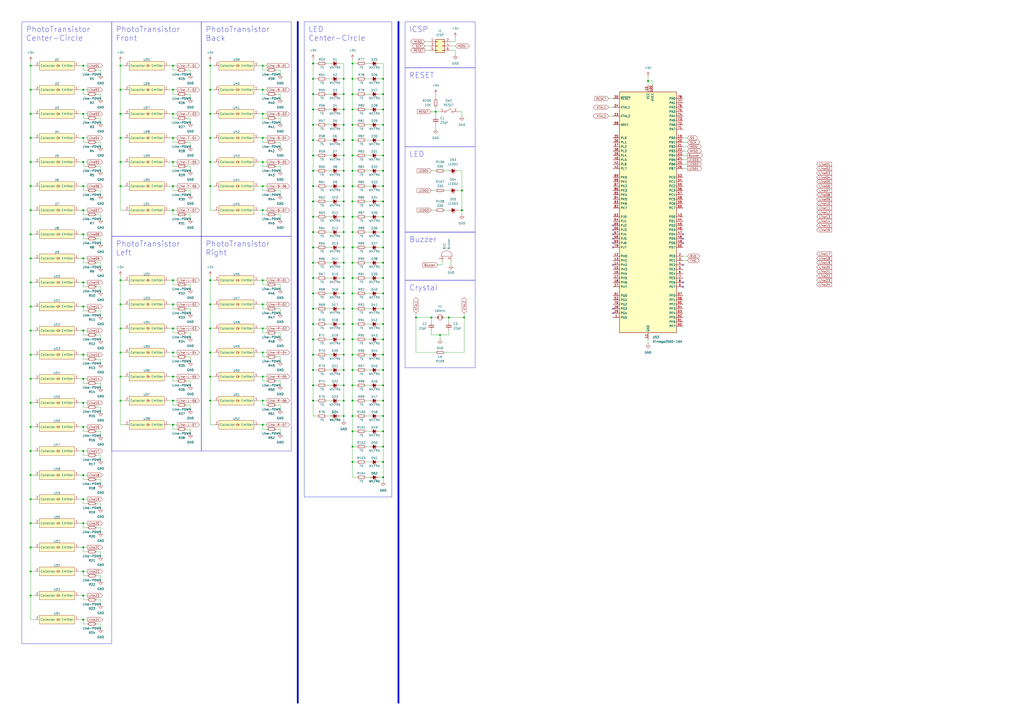
<source format=kicad_sch>
(kicad_sch (version 20231120) (generator "eeschema") (generator_version "8.0")
  (paper "A2")
  (junction (at 199.39 90.17))
  (junction (at 69.85 93.98))
  (junction (at 204.47 250.19))
  (junction (at 100.33 204.47))
  (junction (at 17.78 107.95))
  (junction (at 48.26 93.98))
  (junction (at 222.25 152.4))
  (junction (at 152.4 246.38))
  (junction (at 181.61 90.17))
  (junction (at 181.61 205.74))
  (junction (at 100.33 52.07))
  (junction (at 204.47 223.52))
  (junction (at 69.85 52.07))
  (junction (at 69.85 80.01))
  (junction (at 17.78 303.53))
  (junction (at 181.61 187.96))
  (junction (at 199.39 99.06))
  (junction (at 48.26 359.41))
  (junction (at 121.92 52.07))
  (junction (at 204.47 99.06))
  (junction (at 199.39 196.85))
  (junction (at 69.85 38.1))
  (junction (at 100.33 232.41))
  (junction (at 17.78 163.83))
  (junction (at 222.25 214.63))
  (junction (at 48.26 247.65))
  (junction (at 17.78 289.56))
  (junction (at 181.61 54.61))
  (junction (at 199.39 72.39))
  (junction (at 267.97 110.49))
  (junction (at 48.26 219.71))
  (junction (at 204.47 152.4))
  (junction (at 204.47 134.62))
  (junction (at 69.85 162.56))
  (junction (at 100.33 121.92))
  (junction (at 100.33 66.04))
  (junction (at 48.26 331.47))
  (junction (at 48.26 205.74))
  (junction (at 204.47 54.61))
  (junction (at 222.25 99.06))
  (junction (at 204.47 187.96))
  (junction (at 17.78 275.59))
  (junction (at 152.4 121.92))
  (junction (at 181.61 143.51))
  (junction (at 152.4 93.98))
  (junction (at 121.92 93.98))
  (junction (at 69.85 232.41))
  (junction (at 222.25 232.41))
  (junction (at 100.33 190.5))
  (junction (at 199.39 161.29))
  (junction (at 152.4 38.1))
  (junction (at 17.78 135.89))
  (junction (at 222.25 143.51))
  (junction (at 121.92 204.47))
  (junction (at 121.92 66.04))
  (junction (at 48.26 135.89))
  (junction (at 181.61 161.29))
  (junction (at 204.47 116.84))
  (junction (at 181.61 214.63))
  (junction (at 152.4 107.95))
  (junction (at 199.39 205.74))
  (junction (at 152.4 190.5))
  (junction (at 204.47 232.41))
  (junction (at 121.92 80.01))
  (junction (at 121.92 218.44))
  (junction (at 48.26 107.95))
  (junction (at 100.33 162.56))
  (junction (at 204.47 259.08))
  (junction (at 152.4 52.07))
  (junction (at 222.25 259.08))
  (junction (at 17.78 93.98))
  (junction (at 100.33 246.38))
  (junction (at 48.26 177.8))
  (junction (at 222.25 125.73))
  (junction (at 48.26 52.07))
  (junction (at 181.61 223.52))
  (junction (at 375.92 46.99))
  (junction (at 199.39 187.96))
  (junction (at 152.4 80.01))
  (junction (at 222.25 107.95))
  (junction (at 252.73 64.77))
  (junction (at 222.25 170.18))
  (junction (at 222.25 276.86))
  (junction (at 69.85 190.5))
  (junction (at 17.78 317.5))
  (junction (at 222.25 81.28))
  (junction (at 181.61 63.5))
  (junction (at 48.26 163.83))
  (junction (at 69.85 218.44))
  (junction (at 199.39 241.3))
  (junction (at 204.47 107.95))
  (junction (at 199.39 134.62))
  (junction (at 204.47 161.29))
  (junction (at 199.39 45.72))
  (junction (at 199.39 179.07))
  (junction (at 17.78 247.65))
  (junction (at 152.4 232.41))
  (junction (at 100.33 176.53))
  (junction (at 250.19 184.15))
  (junction (at 222.25 72.39))
  (junction (at 204.47 90.17))
  (junction (at 181.61 99.06))
  (junction (at 204.47 81.28))
  (junction (at 199.39 107.95))
  (junction (at 199.39 125.73))
  (junction (at 121.92 162.56))
  (junction (at 181.61 179.07))
  (junction (at 181.61 232.41))
  (junction (at 222.25 116.84))
  (junction (at 181.61 116.84))
  (junction (at 199.39 81.28))
  (junction (at 222.25 205.74))
  (junction (at 199.39 223.52))
  (junction (at 48.26 233.68))
  (junction (at 181.61 196.85))
  (junction (at 17.78 331.47))
  (junction (at 181.61 72.39))
  (junction (at 17.78 191.77))
  (junction (at 17.78 121.92))
  (junction (at 222.25 179.07))
  (junction (at 17.78 38.1))
  (junction (at 121.92 38.1))
  (junction (at 267.97 121.92))
  (junction (at 48.26 317.5))
  (junction (at 69.85 176.53))
  (junction (at 204.47 36.83))
  (junction (at 152.4 66.04))
  (junction (at 204.47 170.18))
  (junction (at 181.61 152.4))
  (junction (at 199.39 63.5))
  (junction (at 204.47 214.63))
  (junction (at 48.26 303.53))
  (junction (at 17.78 177.8))
  (junction (at 121.92 190.5))
  (junction (at 152.4 162.56))
  (junction (at 222.25 54.61))
  (junction (at 181.61 170.18))
  (junction (at 69.85 66.04))
  (junction (at 204.47 179.07))
  (junction (at 181.61 36.83))
  (junction (at 121.92 107.95))
  (junction (at 121.92 176.53))
  (junction (at 181.61 81.28))
  (junction (at 222.25 267.97))
  (junction (at 17.78 80.01))
  (junction (at 121.92 232.41))
  (junction (at 17.78 233.68))
  (junction (at 152.4 204.47))
  (junction (at 241.3 184.15))
  (junction (at 204.47 125.73))
  (junction (at 100.33 80.01))
  (junction (at 199.39 170.18))
  (junction (at 48.26 149.86))
  (junction (at 269.24 184.15))
  (junction (at 204.47 45.72))
  (junction (at 17.78 345.44))
  (junction (at 17.78 52.07))
  (junction (at 204.47 72.39))
  (junction (at 100.33 93.98))
  (junction (at 48.26 345.44))
  (junction (at 199.39 143.51))
  (junction (at 48.26 261.62))
  (junction (at 181.61 134.62))
  (junction (at 48.26 121.92))
  (junction (at 17.78 66.04))
  (junction (at 100.33 218.44))
  (junction (at 204.47 267.97))
  (junction (at 17.78 149.86))
  (junction (at 48.26 275.59))
  (junction (at 48.26 80.01))
  (junction (at 181.61 45.72))
  (junction (at 255.27 194.31))
  (junction (at 152.4 218.44))
  (junction (at 204.47 196.85))
  (junction (at 17.78 205.74))
  (junction (at 152.4 176.53))
  (junction (at 222.25 241.3))
  (junction (at 222.25 90.17))
  (junction (at 199.39 232.41))
  (junction (at 69.85 204.47))
  (junction (at 199.39 116.84))
  (junction (at 199.39 54.61))
  (junction (at 222.25 196.85))
  (junction (at 48.26 38.1))
  (junction (at 204.47 241.3))
  (junction (at 48.26 191.77))
  (junction (at 222.25 63.5))
  (junction (at 199.39 152.4))
  (junction (at 181.61 125.73))
  (junction (at 199.39 214.63))
  (junction (at 48.26 289.56))
  (junction (at 100.33 107.95))
  (junction (at 100.33 38.1))
  (junction (at 181.61 107.95))
  (junction (at 222.25 187.96))
  (junction (at 222.25 250.19))
  (junction (at 204.47 143.51))
  (junction (at 204.47 63.5))
  (junction (at 17.78 219.71))
  (junction (at 204.47 205.74))
  (junction (at 222.25 134.62))
  (junction (at 48.26 66.04))
  (junction (at 17.78 261.62))
  (junction (at 222.25 45.72))
  (junction (at 222.25 161.29))
  (junction (at 69.85 107.95))
  (junction (at 222.25 223.52))
  (junction (at 260.35 184.15))
  (no_connect (at 355.6 140.97))
  (no_connect (at 396.24 166.37))
  (no_connect (at 396.24 138.43))
  (no_connect (at 355.6 130.81))
  (no_connect (at 396.24 153.67))
  (no_connect (at 355.6 153.67))
  (no_connect (at 355.6 138.43))
  (no_connect (at 355.6 133.35))
  (no_connect (at 396.24 135.89))
  (no_connect (at 355.6 179.07))
  (no_connect (at 355.6 143.51))
  (no_connect (at 355.6 135.89))
  (no_connect (at 355.6 181.61))
  (no_connect (at 396.24 163.83))
  (no_connect (at 396.24 140.97))
  (wire (pts (xy 222.25 223.52) (xy 222.25 232.41)))
  (wire (pts (xy 20.32 52.07) (xy 17.78 52.07)))
  (wire (pts (xy 45.72 93.98) (xy 48.26 93.98)))
  (wire (pts (xy 204.47 267.97) (xy 204.47 276.86)))
  (wire (pts (xy 55.88 40.64) (xy 58.42 40.64)))
  (wire (pts (xy 48.26 177.8) (xy 48.26 180.34)))
  (wire (pts (xy 100.33 190.5) (xy 102.87 190.5)))
  (wire (pts (xy 48.26 121.92) (xy 50.8 121.92)))
  (wire (pts (xy 181.61 54.61) (xy 181.61 63.5)))
  (wire (pts (xy 58.42 347.98) (xy 58.42 350.52)))
  (wire (pts (xy 181.61 81.28) (xy 181.61 90.17)))
  (wire (pts (xy 250.19 99.06) (xy 252.73 99.06)))
  (wire (pts (xy 100.33 38.1) (xy 100.33 40.64)))
  (wire (pts (xy 189.23 187.96) (xy 191.77 187.96)))
  (wire (pts (xy 189.23 36.83) (xy 191.77 36.83)))
  (wire (pts (xy 48.26 233.68) (xy 50.8 233.68)))
  (wire (pts (xy 181.61 232.41) (xy 181.61 241.3)))
  (wire (pts (xy 207.01 179.07) (xy 204.47 179.07)))
  (wire (pts (xy 181.61 45.72) (xy 181.61 54.61)))
  (wire (pts (xy 162.56 220.98) (xy 162.56 223.52)))
  (wire (pts (xy 199.39 214.63) (xy 199.39 223.52)))
  (wire (pts (xy 219.71 54.61) (xy 222.25 54.61)))
  (wire (pts (xy 48.26 54.61) (xy 50.8 54.61)))
  (wire (pts (xy 222.25 125.73) (xy 222.25 134.62)))
  (wire (pts (xy 100.33 96.52) (xy 102.87 96.52)))
  (wire (pts (xy 204.47 107.95) (xy 204.47 116.84)))
  (wire (pts (xy 184.15 205.74) (xy 181.61 205.74)))
  (wire (pts (xy 45.72 66.04) (xy 48.26 66.04)))
  (wire (pts (xy 353.06 57.15) (xy 355.6 57.15)))
  (wire (pts (xy 152.4 246.38) (xy 152.4 248.92)))
  (wire (pts (xy 189.23 54.61) (xy 191.77 54.61)))
  (wire (pts (xy 246.38 29.21) (xy 248.92 29.21)))
  (wire (pts (xy 222.25 259.08) (xy 222.25 267.97)))
  (wire (pts (xy 207.01 161.29) (xy 204.47 161.29)))
  (wire (pts (xy 241.3 184.15) (xy 250.19 184.15)))
  (wire (pts (xy 160.02 40.64) (xy 162.56 40.64)))
  (wire (pts (xy 48.26 306.07) (xy 50.8 306.07)))
  (wire (pts (xy 100.33 121.92) (xy 102.87 121.92)))
  (wire (pts (xy 260.35 186.69) (xy 260.35 184.15)))
  (wire (pts (xy 48.26 261.62) (xy 48.26 264.16)))
  (wire (pts (xy 100.33 165.1) (xy 102.87 165.1)))
  (wire (pts (xy 48.26 219.71) (xy 48.26 222.25)))
  (wire (pts (xy 17.78 121.92) (xy 17.78 135.89)))
  (wire (pts (xy 97.79 38.1) (xy 100.33 38.1)))
  (wire (pts (xy 189.23 179.07) (xy 191.77 179.07)))
  (wire (pts (xy 48.26 166.37) (xy 50.8 166.37)))
  (wire (pts (xy 207.01 196.85) (xy 204.47 196.85)))
  (wire (pts (xy 199.39 223.52) (xy 199.39 232.41)))
  (wire (pts (xy 100.33 162.56) (xy 100.33 165.1)))
  (wire (pts (xy 20.32 331.47) (xy 17.78 331.47)))
  (wire (pts (xy 181.61 196.85) (xy 181.61 205.74)))
  (wire (pts (xy 48.26 208.28) (xy 50.8 208.28)))
  (wire (pts (xy 97.79 246.38) (xy 100.33 246.38)))
  (wire (pts (xy 97.79 52.07) (xy 100.33 52.07)))
  (wire (pts (xy 107.95 234.95) (xy 110.49 234.95)))
  (wire (pts (xy 199.39 107.95) (xy 199.39 116.84)))
  (wire (pts (xy 121.92 52.07) (xy 121.92 66.04)))
  (wire (pts (xy 152.4 66.04) (xy 154.94 66.04)))
  (wire (pts (xy 257.81 99.06) (xy 260.35 99.06)))
  (wire (pts (xy 72.39 190.5) (xy 69.85 190.5)))
  (wire (pts (xy 162.56 40.64) (xy 162.56 43.18)))
  (wire (pts (xy 100.33 107.95) (xy 100.33 110.49)))
  (wire (pts (xy 72.39 107.95) (xy 69.85 107.95)))
  (wire (pts (xy 256.54 153.67) (xy 256.54 151.13)))
  (wire (pts (xy 255.27 194.31) (xy 255.27 196.85)))
  (wire (pts (xy 107.95 82.55) (xy 110.49 82.55)))
  (wire (pts (xy 48.26 191.77) (xy 50.8 191.77)))
  (wire (pts (xy 162.56 179.07) (xy 162.56 181.61)))
  (wire (pts (xy 222.25 161.29) (xy 222.25 170.18)))
  (wire (pts (xy 149.86 38.1) (xy 152.4 38.1)))
  (wire (pts (xy 97.79 66.04) (xy 100.33 66.04)))
  (wire (pts (xy 396.24 80.01) (xy 398.78 80.01)))
  (wire (pts (xy 196.85 223.52) (xy 199.39 223.52)))
  (wire (pts (xy 152.4 218.44) (xy 154.94 218.44)))
  (wire (pts (xy 160.02 82.55) (xy 162.56 82.55)))
  (wire (pts (xy 152.4 220.98) (xy 154.94 220.98)))
  (wire (pts (xy 48.26 121.92) (xy 48.26 124.46)))
  (wire (pts (xy 219.71 36.83) (xy 222.25 36.83)))
  (wire (pts (xy 152.4 179.07) (xy 154.94 179.07)))
  (wire (pts (xy 222.25 107.95) (xy 222.25 116.84)))
  (wire (pts (xy 72.39 66.04) (xy 69.85 66.04)))
  (wire (pts (xy 69.85 204.47) (xy 69.85 218.44)))
  (wire (pts (xy 189.23 107.95) (xy 191.77 107.95)))
  (wire (pts (xy 222.25 36.83) (xy 222.25 45.72)))
  (wire (pts (xy 100.33 232.41) (xy 102.87 232.41)))
  (wire (pts (xy 107.95 248.92) (xy 110.49 248.92)))
  (wire (pts (xy 149.86 246.38) (xy 152.4 246.38)))
  (wire (pts (xy 264.16 29.21) (xy 264.16 31.75)))
  (wire (pts (xy 212.09 267.97) (xy 214.63 267.97)))
  (wire (pts (xy 252.73 62.23) (xy 252.73 64.77)))
  (wire (pts (xy 20.32 191.77) (xy 17.78 191.77)))
  (wire (pts (xy 45.72 261.62) (xy 48.26 261.62)))
  (wire (pts (xy 207.01 72.39) (xy 204.47 72.39)))
  (wire (pts (xy 219.71 72.39) (xy 222.25 72.39)))
  (wire (pts (xy 398.78 85.09) (xy 396.24 85.09)))
  (wire (pts (xy 107.95 207.01) (xy 110.49 207.01)))
  (wire (pts (xy 212.09 223.52) (xy 214.63 223.52)))
  (wire (pts (xy 184.15 143.51) (xy 181.61 143.51)))
  (wire (pts (xy 222.25 214.63) (xy 222.25 223.52)))
  (wire (pts (xy 121.92 35.56) (xy 121.92 38.1)))
  (wire (pts (xy 219.71 152.4) (xy 222.25 152.4)))
  (wire (pts (xy 250.19 64.77) (xy 252.73 64.77)))
  (wire (pts (xy 252.73 64.77) (xy 252.73 67.31)))
  (wire (pts (xy 55.88 82.55) (xy 58.42 82.55)))
  (wire (pts (xy 55.88 334.01) (xy 58.42 334.01)))
  (wire (pts (xy 204.47 214.63) (xy 204.47 223.52)))
  (wire (pts (xy 184.15 214.63) (xy 181.61 214.63)))
  (wire (pts (xy 196.85 232.41) (xy 199.39 232.41)))
  (wire (pts (xy 45.72 359.41) (xy 48.26 359.41)))
  (wire (pts (xy 48.26 250.19) (xy 50.8 250.19)))
  (wire (pts (xy 17.78 135.89) (xy 17.78 149.86)))
  (wire (pts (xy 207.01 125.73) (xy 204.47 125.73)))
  (wire (pts (xy 160.02 207.01) (xy 162.56 207.01)))
  (wire (pts (xy 219.71 45.72) (xy 222.25 45.72)))
  (wire (pts (xy 181.61 187.96) (xy 181.61 196.85)))
  (wire (pts (xy 375.92 196.85) (xy 375.92 199.39)))
  (wire (pts (xy 97.79 121.92) (xy 100.33 121.92)))
  (wire (pts (xy 100.33 176.53) (xy 100.33 179.07)))
  (wire (pts (xy 69.85 218.44) (xy 69.85 232.41)))
  (wire (pts (xy 246.38 24.13) (xy 248.92 24.13)))
  (wire (pts (xy 20.32 93.98) (xy 17.78 93.98)))
  (wire (pts (xy 375.92 46.99) (xy 378.46 46.99)))
  (wire (pts (xy 184.15 187.96) (xy 181.61 187.96)))
  (wire (pts (xy 196.85 125.73) (xy 199.39 125.73)))
  (wire (pts (xy 204.47 232.41) (xy 204.47 241.3)))
  (wire (pts (xy 181.61 152.4) (xy 181.61 161.29)))
  (wire (pts (xy 219.71 205.74) (xy 222.25 205.74)))
  (wire (pts (xy 20.32 149.86) (xy 17.78 149.86)))
  (wire (pts (xy 265.43 110.49) (xy 267.97 110.49)))
  (wire (pts (xy 149.86 80.01) (xy 152.4 80.01)))
  (wire (pts (xy 48.26 275.59) (xy 48.26 278.13)))
  (wire (pts (xy 207.01 223.52) (xy 204.47 223.52)))
  (wire (pts (xy 149.86 121.92) (xy 152.4 121.92)))
  (wire (pts (xy 152.4 93.98) (xy 154.94 93.98)))
  (wire (pts (xy 222.25 72.39) (xy 222.25 81.28)))
  (wire (pts (xy 20.32 345.44) (xy 17.78 345.44)))
  (wire (pts (xy 152.4 234.95) (xy 154.94 234.95)))
  (wire (pts (xy 204.47 161.29) (xy 204.47 170.18)))
  (wire (pts (xy 55.88 180.34) (xy 58.42 180.34)))
  (wire (pts (xy 181.61 125.73) (xy 181.61 134.62)))
  (wire (pts (xy 100.33 40.64) (xy 102.87 40.64)))
  (wire (pts (xy 189.23 143.51) (xy 191.77 143.51)))
  (wire (pts (xy 152.4 121.92) (xy 152.4 124.46)))
  (wire (pts (xy 184.15 72.39) (xy 181.61 72.39)))
  (wire (pts (xy 48.26 93.98) (xy 50.8 93.98)))
  (wire (pts (xy 396.24 90.17) (xy 398.78 90.17)))
  (wire (pts (xy 55.88 278.13) (xy 58.42 278.13)))
  (wire (pts (xy 184.15 161.29) (xy 181.61 161.29)))
  (wire (pts (xy 199.39 134.62) (xy 199.39 143.51)))
  (wire (pts (xy 375.92 44.45) (xy 375.92 46.99)))
  (wire (pts (xy 48.26 233.68) (xy 48.26 236.22)))
  (wire (pts (xy 45.72 219.71) (xy 48.26 219.71)))
  (wire (pts (xy 121.92 162.56) (xy 121.92 176.53)))
  (wire (pts (xy 267.97 64.77) (xy 267.97 67.31)))
  (wire (pts (xy 55.88 194.31) (xy 58.42 194.31)))
  (wire (pts (xy 160.02 96.52) (xy 162.56 96.52)))
  (wire (pts (xy 222.25 134.62) (xy 222.25 143.51)))
  (wire (pts (xy 55.88 236.22) (xy 58.42 236.22)))
  (wire (pts (xy 45.72 303.53) (xy 48.26 303.53)))
  (wire (pts (xy 204.47 205.74) (xy 204.47 214.63)))
  (wire (pts (xy 100.33 176.53) (xy 102.87 176.53)))
  (wire (pts (xy 110.49 179.07) (xy 110.49 181.61)))
  (wire (pts (xy 152.4 218.44) (xy 152.4 220.98)))
  (wire (pts (xy 152.4 80.01) (xy 154.94 80.01)))
  (wire (pts (xy 212.09 232.41) (xy 214.63 232.41)))
  (wire (pts (xy 199.39 63.5) (xy 199.39 72.39)))
  (wire (pts (xy 162.56 68.58) (xy 162.56 71.12)))
  (wire (pts (xy 17.78 233.68) (xy 17.78 247.65)))
  (wire (pts (xy 48.26 247.65) (xy 50.8 247.65)))
  (wire (pts (xy 207.01 276.86) (xy 204.47 276.86)))
  (wire (pts (xy 149.86 232.41) (xy 152.4 232.41)))
  (wire (pts (xy 17.78 345.44) (xy 17.78 359.41)))
  (wire (pts (xy 100.33 218.44) (xy 102.87 218.44)))
  (wire (pts (xy 162.56 248.92) (xy 162.56 251.46)))
  (wire (pts (xy 152.4 110.49) (xy 154.94 110.49)))
  (wire (pts (xy 48.26 361.95) (xy 50.8 361.95)))
  (wire (pts (xy 20.32 80.01) (xy 17.78 80.01)))
  (wire (pts (xy 353.06 62.23) (xy 355.6 62.23)))
  (wire (pts (xy 261.62 151.13) (xy 261.62 153.67)))
  (wire (pts (xy 189.23 196.85) (xy 191.77 196.85)))
  (wire (pts (xy 58.42 334.01) (xy 58.42 336.55)))
  (wire (pts (xy 48.26 345.44) (xy 50.8 345.44)))
  (wire (pts (xy 398.78 87.63) (xy 396.24 87.63)))
  (wire (pts (xy 107.95 193.04) (xy 110.49 193.04)))
  (wire (pts (xy 181.61 223.52) (xy 181.61 232.41)))
  (wire (pts (xy 152.4 93.98) (xy 152.4 96.52)))
  (wire (pts (xy 378.46 46.99) (xy 378.46 49.53)))
  (wire (pts (xy 149.86 176.53) (xy 152.4 176.53)))
  (wire (pts (xy 110.49 207.01) (xy 110.49 209.55)))
  (wire (pts (xy 100.33 66.04) (xy 100.33 68.58)))
  (wire (pts (xy 181.61 161.29) (xy 181.61 170.18)))
  (wire (pts (xy 20.32 233.68) (xy 17.78 233.68)))
  (wire (pts (xy 124.46 121.92) (xy 121.92 121.92)))
  (wire (pts (xy 20.32 303.53) (xy 17.78 303.53)))
  (wire (pts (xy 124.46 38.1) (xy 121.92 38.1)))
  (wire (pts (xy 207.01 214.63) (xy 204.47 214.63)))
  (wire (pts (xy 196.85 116.84) (xy 199.39 116.84)))
  (wire (pts (xy 184.15 116.84) (xy 181.61 116.84)))
  (wire (pts (xy 204.47 196.85) (xy 204.47 205.74)))
  (wire (pts (xy 160.02 124.46) (xy 162.56 124.46)))
  (wire (pts (xy 204.47 81.28) (xy 204.47 90.17)))
  (wire (pts (xy 58.42 208.28) (xy 58.42 210.82)))
  (wire (pts (xy 189.23 223.52) (xy 191.77 223.52)))
  (wire (pts (xy 250.19 121.92) (xy 252.73 121.92)))
  (wire (pts (xy 45.72 135.89) (xy 48.26 135.89)))
  (wire (pts (xy 219.71 250.19) (xy 222.25 250.19)))
  (wire (pts (xy 204.47 36.83) (xy 204.47 45.72)))
  (wire (pts (xy 48.26 289.56) (xy 50.8 289.56)))
  (wire (pts (xy 184.15 36.83) (xy 181.61 36.83)))
  (wire (pts (xy 196.85 143.51) (xy 199.39 143.51)))
  (wire (pts (xy 207.01 116.84) (xy 204.47 116.84)))
  (wire (pts (xy 48.26 149.86) (xy 50.8 149.86)))
  (wire (pts (xy 17.78 177.8) (xy 17.78 191.77)))
  (wire (pts (xy 45.72 247.65) (xy 48.26 247.65)))
  (wire (pts (xy 97.79 107.95) (xy 100.33 107.95)))
  (wire (pts (xy 152.4 107.95) (xy 152.4 110.49)))
  (wire (pts (xy 17.78 275.59) (xy 17.78 289.56)))
  (wire (pts (xy 69.85 107.95) (xy 69.85 121.92)))
  (wire (pts (xy 17.78 191.77) (xy 17.78 205.74)))
  (wire (pts (xy 58.42 96.52) (xy 58.42 99.06)))
  (wire (pts (xy 222.25 54.61) (xy 222.25 63.5)))
  (wire (pts (xy 48.26 152.4) (xy 50.8 152.4)))
  (wire (pts (xy 152.4 232.41) (xy 154.94 232.41)))
  (wire (pts (xy 20.32 317.5) (xy 17.78 317.5)))
  (wire (pts (xy 212.09 250.19) (xy 214.63 250.19)))
  (wire (pts (xy 100.33 190.5) (xy 100.33 193.04)))
  (wire (pts (xy 252.73 204.47) (xy 241.3 204.47)))
  (wire (pts (xy 58.42 68.58) (xy 58.42 71.12)))
  (wire (pts (xy 58.42 222.25) (xy 58.42 224.79)))
  (wire (pts (xy 48.26 93.98) (xy 48.26 96.52)))
  (wire (pts (xy 17.78 289.56) (xy 17.78 303.53)))
  (wire (pts (xy 69.85 35.56) (xy 69.85 38.1)))
  (wire (pts (xy 100.33 246.38) (xy 100.33 248.92)))
  (wire (pts (xy 212.09 125.73) (xy 214.63 125.73)))
  (wire (pts (xy 58.42 250.19) (xy 58.42 252.73)))
  (wire (pts (xy 48.26 38.1) (xy 50.8 38.1)))
  (polyline (pts (xy 231.14 12.7) (xy 231.14 407.67)) (stroke (width 1)))
  (wire (pts (xy 20.32 205.74) (xy 17.78 205.74)))
  (wire (pts (xy 160.02 234.95) (xy 162.56 234.95)))
  (wire (pts (xy 219.71 276.86) (xy 222.25 276.86)))
  (wire (pts (xy 396.24 95.25) (xy 398.78 95.25)))
  (wire (pts (xy 204.47 125.73) (xy 204.47 134.62)))
  (wire (pts (xy 184.15 170.18) (xy 181.61 170.18)))
  (wire (pts (xy 124.46 176.53) (xy 121.92 176.53)))
  (wire (pts (xy 48.26 219.71) (xy 50.8 219.71)))
  (wire (pts (xy 72.39 38.1) (xy 69.85 38.1)))
  (wire (pts (xy 152.4 176.53) (xy 152.4 179.07)))
  (wire (pts (xy 45.72 233.68) (xy 48.26 233.68)))
  (wire (pts (xy 207.01 45.72) (xy 204.47 45.72)))
  (wire (pts (xy 199.39 143.51) (xy 199.39 152.4)))
  (wire (pts (xy 261.62 24.13) (xy 264.16 24.13)))
  (wire (pts (xy 55.88 222.25) (xy 58.42 222.25)))
  (wire (pts (xy 241.3 184.15) (xy 241.3 204.47)))
  (wire (pts (xy 110.49 248.92) (xy 110.49 251.46)))
  (wire (pts (xy 207.01 63.5) (xy 204.47 63.5)))
  (wire (pts (xy 222.25 205.74) (xy 222.25 214.63)))
  (wire (pts (xy 48.26 320.04) (xy 50.8 320.04)))
  (wire (pts (xy 207.01 241.3) (xy 204.47 241.3)))
  (wire (pts (xy 212.09 161.29) (xy 214.63 161.29)))
  (wire (pts (xy 55.88 110.49) (xy 58.42 110.49)))
  (wire (pts (xy 222.25 99.06) (xy 222.25 107.95)))
  (wire (pts (xy 181.61 134.62) (xy 181.61 143.51)))
  (wire (pts (xy 184.15 99.06) (xy 181.61 99.06)))
  (wire (pts (xy 184.15 134.62) (xy 181.61 134.62)))
  (wire (pts (xy 58.42 54.61) (xy 58.42 57.15)))
  (wire (pts (xy 48.26 163.83) (xy 50.8 163.83)))
  (wire (pts (xy 212.09 170.18) (xy 214.63 170.18)))
  (wire (pts (xy 97.79 204.47) (xy 100.33 204.47)))
  (wire (pts (xy 199.39 161.29) (xy 199.39 170.18)))
  (wire (pts (xy 196.85 161.29) (xy 199.39 161.29)))
  (wire (pts (xy 189.23 99.06) (xy 191.77 99.06)))
  (wire (pts (xy 162.56 193.04) (xy 162.56 195.58)))
  (wire (pts (xy 196.85 214.63) (xy 199.39 214.63)))
  (wire (pts (xy 212.09 81.28) (xy 214.63 81.28)))
  (wire (pts (xy 264.16 21.59) (xy 264.16 24.13)))
  (wire (pts (xy 204.47 116.84) (xy 204.47 125.73)))
  (wire (pts (xy 100.33 220.98) (xy 102.87 220.98)))
  (wire (pts (xy 152.4 190.5) (xy 154.94 190.5)))
  (wire (pts (xy 45.72 38.1) (xy 48.26 38.1)))
  (wire (pts (xy 207.01 90.17) (xy 204.47 90.17)))
  (wire (pts (xy 69.85 232.41) (xy 69.85 246.38)))
  (wire (pts (xy 58.42 110.49) (xy 58.42 113.03)))
  (wire (pts (xy 219.71 241.3) (xy 222.25 241.3)))
  (wire (pts (xy 72.39 162.56) (xy 69.85 162.56)))
  (wire (pts (xy 250.19 194.31) (xy 255.27 194.31)))
  (wire (pts (xy 219.71 99.06) (xy 222.25 99.06)))
  (wire (pts (xy 267.97 121.92) (xy 267.97 124.46)))
  (wire (pts (xy 121.92 204.47) (xy 121.92 218.44)))
  (wire (pts (xy 45.72 191.77) (xy 48.26 191.77)))
  (wire (pts (xy 207.01 143.51) (xy 204.47 143.51)))
  (wire (pts (xy 100.33 54.61) (xy 102.87 54.61)))
  (wire (pts (xy 45.72 205.74) (xy 48.26 205.74)))
  (wire (pts (xy 100.33 80.01) (xy 100.33 82.55)))
  (wire (pts (xy 48.26 80.01) (xy 48.26 82.55)))
  (wire (pts (xy 189.23 214.63) (xy 191.77 214.63)))
  (wire (pts (xy 48.26 317.5) (xy 50.8 317.5)))
  (wire (pts (xy 196.85 152.4) (xy 199.39 152.4)))
  (wire (pts (xy 152.4 190.5) (xy 152.4 193.04)))
  (wire (pts (xy 45.72 275.59) (xy 48.26 275.59)))
  (wire (pts (xy 196.85 134.62) (xy 199.39 134.62)))
  (wire (pts (xy 184.15 63.5) (xy 181.61 63.5)))
  (wire (pts (xy 212.09 205.74) (xy 214.63 205.74)))
  (wire (pts (xy 261.62 29.21) (xy 264.16 29.21)))
  (wire (pts (xy 396.24 97.79) (xy 398.78 97.79)))
  (wire (pts (xy 149.86 66.04) (xy 152.4 66.04)))
  (wire (pts (xy 184.15 125.73) (xy 181.61 125.73)))
  (wire (pts (xy 212.09 134.62) (xy 214.63 134.62)))
  (wire (pts (xy 162.56 54.61) (xy 162.56 57.15)))
  (wire (pts (xy 204.47 134.62) (xy 204.47 143.51)))
  (wire (pts (xy 110.49 234.95) (xy 110.49 237.49)))
  (wire (pts (xy 55.88 347.98) (xy 58.42 347.98)))
  (wire (pts (xy 212.09 116.84) (xy 214.63 116.84)))
  (wire (pts (xy 124.46 80.01) (xy 121.92 80.01)))
  (wire (pts (xy 207.01 232.41) (xy 204.47 232.41)))
  (wire (pts (xy 121.92 218.44) (xy 121.92 232.41)))
  (wire (pts (xy 20.32 261.62) (xy 17.78 261.62)))
  (wire (pts (xy 189.23 170.18) (xy 191.77 170.18)))
  (wire (pts (xy 45.72 80.01) (xy 48.26 80.01)))
  (wire (pts (xy 17.78 80.01) (xy 17.78 93.98)))
  (wire (pts (xy 184.15 179.07) (xy 181.61 179.07)))
  (wire (pts (xy 219.71 116.84) (xy 222.25 116.84)))
  (wire (pts (xy 207.01 250.19) (xy 204.47 250.19)))
  (wire (pts (xy 222.25 45.72) (xy 222.25 54.61)))
  (wire (pts (xy 196.85 36.83) (xy 199.39 36.83)))
  (wire (pts (xy 222.25 250.19) (xy 222.25 259.08)))
  (wire (pts (xy 222.25 276.86) (xy 222.25 279.4)))
  (wire (pts (xy 212.09 276.86) (xy 214.63 276.86)))
  (wire (pts (xy 124.46 246.38) (xy 121.92 246.38)))
  (wire (pts (xy 152.4 232.41) (xy 152.4 234.95)))
  (wire (pts (xy 196.85 90.17) (xy 199.39 90.17)))
  (wire (pts (xy 58.42 40.64) (xy 58.42 43.18)))
  (wire (pts (xy 48.26 124.46) (xy 50.8 124.46)))
  (wire (pts (xy 121.92 232.41) (xy 121.92 246.38)))
  (wire (pts (xy 48.26 345.44) (xy 48.26 347.98)))
  (wire (pts (xy 124.46 93.98) (xy 121.92 93.98)))
  (wire (pts (xy 257.81 184.15) (xy 260.35 184.15)))
  (wire (pts (xy 69.85 93.98) (xy 69.85 107.95)))
  (wire (pts (xy 48.26 334.01) (xy 50.8 334.01)))
  (wire (pts (xy 72.39 176.53) (xy 69.85 176.53)))
  (wire (pts (xy 181.61 63.5) (xy 181.61 72.39)))
  (wire (pts (xy 100.33 38.1) (xy 102.87 38.1)))
  (wire (pts (xy 152.4 80.01) (xy 152.4 82.55)))
  (wire (pts (xy 20.32 247.65) (xy 17.78 247.65)))
  (wire (pts (xy 204.47 54.61) (xy 204.47 63.5)))
  (wire (pts (xy 219.71 223.52) (xy 222.25 223.52)))
  (wire (pts (xy 152.4 246.38) (xy 154.94 246.38)))
  (wire (pts (xy 107.95 220.98) (xy 110.49 220.98)))
  (wire (pts (xy 222.25 196.85) (xy 222.25 205.74)))
  (wire (pts (xy 100.33 204.47) (xy 102.87 204.47)))
  (wire (pts (xy 181.61 179.07) (xy 181.61 187.96)))
  (wire (pts (xy 196.85 99.06) (xy 199.39 99.06)))
  (wire (pts (xy 184.15 196.85) (xy 181.61 196.85)))
  (wire (pts (xy 212.09 259.08) (xy 214.63 259.08)))
  (wire (pts (xy 204.47 63.5) (xy 204.47 72.39)))
  (wire (pts (xy 55.88 361.95) (xy 58.42 361.95)))
  (wire (pts (xy 204.47 259.08) (xy 204.47 267.97)))
  (wire (pts (xy 219.71 143.51) (xy 222.25 143.51)))
  (wire (pts (xy 48.26 247.65) (xy 48.26 250.19)))
  (wire (pts (xy 55.88 320.04) (xy 58.42 320.04)))
  (wire (pts (xy 107.95 179.07) (xy 110.49 179.07)))
  (wire (pts (xy 199.39 241.3) (xy 199.39 243.84)))
  (wire (pts (xy 152.4 38.1) (xy 152.4 40.64)))
  (wire (pts (xy 124.46 162.56) (xy 121.92 162.56)))
  (wire (pts (xy 152.4 52.07) (xy 152.4 54.61)))
  (wire (pts (xy 48.26 205.74) (xy 48.26 208.28)))
  (wire (pts (xy 17.78 219.71) (xy 17.78 233.68)))
  (wire (pts (xy 252.73 64.77) (xy 255.27 64.77)))
  (wire (pts (xy 69.85 66.04) (xy 69.85 80.01)))
  (wire (pts (xy 58.42 361.95) (xy 58.42 364.49)))
  (wire (pts (xy 100.33 248.92) (xy 102.87 248.92)))
  (wire (pts (xy 121.92 176.53) (xy 121.92 190.5)))
  (wire (pts (xy 17.78 93.98) (xy 17.78 107.95)))
  (wire (pts (xy 48.26 38.1) (xy 48.26 40.64)))
  (wire (pts (xy 196.85 241.3) (xy 199.39 241.3)))
  (wire (pts (xy 45.72 345.44) (xy 48.26 345.44)))
  (wire (pts (xy 20.32 38.1) (xy 17.78 38.1)))
  (wire (pts (xy 45.72 52.07) (xy 48.26 52.07)))
  (wire (pts (xy 20.32 289.56) (xy 17.78 289.56)))
  (wire (pts (xy 48.26 135.89) (xy 50.8 135.89)))
  (wire (pts (xy 353.06 67.31) (xy 355.6 67.31)))
  (wire (pts (xy 222.25 116.84) (xy 222.25 125.73)))
  (wire (pts (xy 48.26 180.34) (xy 50.8 180.34)))
  (wire (pts (xy 48.26 303.53) (xy 48.26 306.07)))
  (wire (pts (xy 58.42 166.37) (xy 58.42 168.91)))
  (wire (pts (xy 204.47 223.52) (xy 204.47 232.41)))
  (wire (pts (xy 207.01 81.28) (xy 204.47 81.28)))
  (wire (pts (xy 48.26 264.16) (xy 50.8 264.16)))
  (wire (pts (xy 184.15 152.4) (xy 181.61 152.4)))
  (wire (pts (xy 204.47 187.96) (xy 204.47 196.85)))
  (wire (pts (xy 160.02 248.92) (xy 162.56 248.92)))
  (wire (pts (xy 58.42 152.4) (xy 58.42 154.94)))
  (wire (pts (xy 110.49 110.49) (xy 110.49 113.03)))
  (wire (pts (xy 69.85 190.5) (xy 69.85 204.47)))
  (wire (pts (xy 152.4 107.95) (xy 154.94 107.95)))
  (wire (pts (xy 20.32 359.41) (xy 17.78 359.41)))
  (wire (pts (xy 162.56 82.55) (xy 162.56 85.09)))
  (wire (pts (xy 124.46 52.07) (xy 121.92 52.07)))
  (wire (pts (xy 58.42 194.31) (xy 58.42 196.85)))
  (wire (pts (xy 152.4 66.04) (xy 152.4 68.58)))
  (wire (pts (xy 124.46 218.44) (xy 121.92 218.44)))
  (wire (pts (xy 149.86 204.47) (xy 152.4 204.47)))
  (wire (pts (xy 100.33 52.07) (xy 100.33 54.61)))
  (wire (pts (xy 72.39 80.01) (xy 69.85 80.01)))
  (wire (pts (xy 181.61 143.51) (xy 181.61 152.4)))
  (wire (pts (xy 72.39 246.38) (xy 69.85 246.38)))
  (wire (pts (xy 55.88 138.43) (xy 58.42 138.43)))
  (wire (pts (xy 17.78 107.95) (xy 17.78 121.92)))
  (wire (pts (xy 189.23 116.84) (xy 191.77 116.84)))
  (wire (pts (xy 160.02 165.1) (xy 162.56 165.1)))
  (wire (pts (xy 184.15 54.61) (xy 181.61 54.61)))
  (wire (pts (xy 20.32 163.83) (xy 17.78 163.83)))
  (wire (pts (xy 100.33 124.46) (xy 102.87 124.46)))
  (wire (pts (xy 196.85 179.07) (xy 199.39 179.07)))
  (wire (pts (xy 212.09 54.61) (xy 214.63 54.61)))
  (wire (pts (xy 20.32 107.95) (xy 17.78 107.95)))
  (wire (pts (xy 107.95 68.58) (xy 110.49 68.58)))
  (wire (pts (xy 107.95 54.61) (xy 110.49 54.61)))
  (wire (pts (xy 107.95 40.64) (xy 110.49 40.64)))
  (wire (pts (xy 100.33 179.07) (xy 102.87 179.07)))
  (wire (pts (xy 152.4 40.64) (xy 154.94 40.64)))
  (wire (pts (xy 20.32 121.92) (xy 17.78 121.92)))
  (wire (pts (xy 207.01 259.08) (xy 204.47 259.08)))
  (wire (pts (xy 72.39 204.47) (xy 69.85 204.47)))
  (wire (pts (xy 212.09 99.06) (xy 214.63 99.06)))
  (wire (pts (xy 110.49 40.64) (xy 110.49 43.18)))
  (wire (pts (xy 196.85 72.39) (xy 199.39 72.39)))
  (wire (pts (xy 48.26 331.47) (xy 48.26 334.01)))
  (wire (pts (xy 149.86 93.98) (xy 152.4 93.98)))
  (wire (pts (xy 199.39 152.4) (xy 199.39 161.29)))
  (wire (pts (xy 58.42 124.46) (xy 58.42 127)))
  (wire (pts (xy 196.85 205.74) (xy 199.39 205.74)))
  (wire (pts (xy 58.42 306.07) (xy 58.42 308.61)))
  (wire (pts (xy 246.38 26.67) (xy 248.92 26.67)))
  (wire (pts (xy 219.71 134.62) (xy 222.25 134.62)))
  (wire (pts (xy 152.4 96.52) (xy 154.94 96.52)))
  (wire (pts (xy 162.56 110.49) (xy 162.56 113.03)))
  (wire (pts (xy 181.61 107.95) (xy 181.61 116.84)))
  (wire (pts (xy 48.26 107.95) (xy 50.8 107.95)))
  (wire (pts (xy 121.92 93.98) (xy 121.92 107.95)))
  (wire (pts (xy 222.25 63.5) (xy 222.25 72.39)))
  (wire (pts (xy 20.32 219.71) (xy 17.78 219.71)))
  (wire (pts (xy 196.85 196.85) (xy 199.39 196.85)))
  (wire (pts (xy 121.92 190.5) (xy 121.92 204.47)))
  (wire (pts (xy 48.26 149.86) (xy 48.26 152.4)))
  (wire (pts (xy 219.71 125.73) (xy 222.25 125.73)))
  (wire (pts (xy 222.25 170.18) (xy 222.25 179.07)))
  (wire (pts (xy 45.72 177.8) (xy 48.26 177.8)))
  (wire (pts (xy 17.78 163.83) (xy 17.78 177.8)))
  (wire (pts (xy 207.01 99.06) (xy 204.47 99.06)))
  (wire (pts (xy 250.19 184.15) (xy 252.73 184.15)))
  (wire (pts (xy 110.49 68.58) (xy 110.49 71.12)))
  (wire (pts (xy 207.01 205.74) (xy 204.47 205.74)))
  (wire (pts (xy 265.43 99.06) (xy 267.97 99.06)))
  (wire (pts (xy 58.42 320.04) (xy 58.42 322.58)))
  (wire (pts (xy 189.23 125.73) (xy 191.77 125.73)))
  (wire (pts (xy 45.72 121.92) (xy 48.26 121.92)))
  (wire (pts (xy 100.33 121.92) (xy 100.33 124.46)))
  (wire (pts (xy 207.01 152.4) (xy 204.47 152.4)))
  (wire (pts (xy 269.24 181.61) (xy 269.24 184.15)))
  (wire (pts (xy 45.72 317.5) (xy 48.26 317.5)))
  (wire (pts (xy 199.39 116.84) (xy 199.39 125.73)))
  (wire (pts (xy 17.78 317.5) (xy 17.78 331.47)))
  (wire (pts (xy 184.15 81.28) (xy 181.61 81.28)))
  (wire (pts (xy 204.47 90.17) (xy 204.47 99.06)))
  (wire (pts (xy 100.33 66.04) (xy 102.87 66.04)))
  (wire (pts (xy 152.4 162.56) (xy 152.4 165.1)))
  (wire (pts (xy 45.72 289.56) (xy 48.26 289.56)))
  (wire (pts (xy 196.85 63.5) (xy 199.39 63.5)))
  (wire (pts (xy 181.61 205.74) (xy 181.61 214.63)))
  (wire (pts (xy 110.49 82.55) (xy 110.49 85.09)))
  (wire (pts (xy 152.4 176.53) (xy 154.94 176.53)))
  (wire (pts (xy 257.81 110.49) (xy 260.35 110.49)))
  (wire (pts (xy 189.23 134.62) (xy 191.77 134.62)))
  (wire (pts (xy 207.01 187.96) (xy 204.47 187.96)))
  (wire (pts (xy 17.78 331.47) (xy 17.78 345.44)))
  (wire (pts (xy 250.19 184.15) (xy 250.19 186.69)))
  (wire (pts (xy 219.71 179.07) (xy 222.25 179.07)))
  (wire (pts (xy 58.42 236.22) (xy 58.42 238.76)))
  (wire (pts (xy 17.78 303.53) (xy 17.78 317.5)))
  (wire (pts (xy 48.26 278.13) (xy 50.8 278.13)))
  (wire (pts (xy 48.26 82.55) (xy 50.8 82.55)))
  (wire (pts (xy 212.09 45.72) (xy 214.63 45.72)))
  (wire (pts (xy 212.09 63.5) (xy 214.63 63.5)))
  (wire (pts (xy 45.72 331.47) (xy 48.26 331.47)))
  (wire (pts (xy 204.47 170.18) (xy 204.47 179.07)))
  (wire (pts (xy 204.47 99.06) (xy 204.47 107.95)))
  (wire (pts (xy 219.71 81.28) (xy 222.25 81.28)))
  (wire (pts (xy 17.78 247.65) (xy 17.78 261.62)))
  (wire (pts (xy 100.33 68.58) (xy 102.87 68.58)))
  (wire (pts (xy 107.95 124.46) (xy 110.49 124.46)))
  (wire (pts (xy 72.39 218.44) (xy 69.85 218.44)))
  (wire (pts (xy 189.23 45.72) (xy 191.77 45.72)))
  (wire (pts (xy 58.42 180.34) (xy 58.42 182.88)))
  (wire (pts (xy 100.33 193.04) (xy 102.87 193.04)))
  (wire (pts (xy 398.78 82.55) (xy 396.24 82.55)))
  (wire (pts (xy 269.24 184.15) (xy 269.24 204.47)))
  (wire (pts (xy 207.01 170.18) (xy 204.47 170.18)))
  (wire (pts (xy 100.33 52.07) (xy 102.87 52.07)))
  (wire (pts (xy 207.01 54.61) (xy 204.47 54.61)))
  (wire (pts (xy 219.71 161.29) (xy 222.25 161.29)))
  (wire (pts (xy 152.4 207.01) (xy 154.94 207.01)))
  (wire (pts (xy 181.61 36.83) (xy 181.61 45.72)))
  (wire (pts (xy 124.46 204.47) (xy 121.92 204.47)))
  (wire (pts (xy 45.72 107.95) (xy 48.26 107.95)))
  (wire (pts (xy 97.79 162.56) (xy 100.33 162.56)))
  (wire (pts (xy 48.26 52.07) (xy 48.26 54.61)))
  (wire (pts (xy 121.92 160.02) (xy 121.92 162.56)))
  (wire (pts (xy 184.15 241.3) (xy 181.61 241.3)))
  (wire (pts (xy 100.33 234.95) (xy 102.87 234.95)))
  (wire (pts (xy 260.35 184.15) (xy 269.24 184.15)))
  (wire (pts (xy 58.42 138.43) (xy 58.42 140.97)))
  (wire (pts (xy 204.47 72.39) (xy 204.47 81.28)))
  (wire (pts (xy 199.39 81.28) (xy 199.39 90.17)))
  (wire (pts (xy 72.39 232.41) (xy 69.85 232.41)))
  (wire (pts (xy 204.47 241.3) (xy 204.47 250.19)))
  (wire (pts (xy 45.72 149.86) (xy 48.26 149.86)))
  (wire (pts (xy 20.32 275.59) (xy 17.78 275.59)))
  (wire (pts (xy 222.25 241.3) (xy 222.25 250.19)))
  (wire (pts (xy 222.25 143.51) (xy 222.25 152.4)))
  (wire (pts (xy 149.86 190.5) (xy 152.4 190.5)))
  (wire (pts (xy 189.23 161.29) (xy 191.77 161.29)))
  (wire (pts (xy 152.4 204.47) (xy 152.4 207.01)))
  (wire (pts (xy 55.88 264.16) (xy 58.42 264.16)))
  (wire (pts (xy 149.86 107.95) (xy 152.4 107.95)))
  (wire (pts (xy 17.78 35.56) (xy 17.78 38.1)))
  (wire (pts (xy 48.26 163.83) (xy 48.26 166.37)))
  (wire (pts (xy 55.88 306.07) (xy 58.42 306.07)))
  (wire (pts (xy 110.49 124.46) (xy 110.49 127)))
  (wire (pts (xy 212.09 187.96) (xy 214.63 187.96)))
  (wire (pts (xy 219.71 196.85) (xy 222.25 196.85)))
  (wire (pts (xy 199.39 45.72) (xy 199.39 54.61)))
  (wire (pts (xy 196.85 187.96) (xy 199.39 187.96)))
  (wire (pts (xy 212.09 196.85) (xy 214.63 196.85)))
  (wire (pts (xy 55.88 68.58) (xy 58.42 68.58)))
  (wire (pts (xy 207.01 36.83) (xy 204.47 36.83)))
  (wire (pts (xy 261.62 26.67) (xy 264.16 26.67)))
  (wire (pts (xy 20.32 135.89) (xy 17.78 135.89)))
  (wire (pts (xy 97.79 93.98) (xy 100.33 93.98)))
  (wire (pts (xy 152.4 193.04) (xy 154.94 193.04)))
  (wire (pts (xy 162.56 234.95) (xy 162.56 237.49)))
  (wire (pts (xy 48.26 275.59) (xy 50.8 275.59)))
  (wire (pts (xy 199.39 90.17) (xy 199.39 99.06)))
  (wire (pts (xy 72.39 93.98) (xy 69.85 93.98)))
  (wire (pts (xy 181.61 99.06) (xy 181.61 107.95)))
  (wire (pts (xy 100.33 107.95) (xy 102.87 107.95)))
  (wire (pts (xy 160.02 220.98) (xy 162.56 220.98)))
  (wire (pts (xy 48.26 138.43) (xy 50.8 138.43)))
  (wire (pts (xy 100.33 93.98) (xy 100.33 96.52)))
  (wire (pts (xy 222.25 81.28) (xy 222.25 90.17)))
  (wire (pts (xy 58.42 82.55) (xy 58.42 85.09)))
  (wire (pts (xy 48.26 205.74) (xy 50.8 205.74)))
  (wire (pts (xy 199.39 187.96) (xy 199.39 196.85)))
  (wire (pts (xy 222.25 267.97) (xy 222.25 276.86)))
  (wire (pts (xy 184.15 107.95) (xy 181.61 107.95)))
  (wire (pts (xy 265.43 64.77) (xy 267.97 64.77)))
  (wire (pts (xy 181.61 90.17) (xy 181.61 99.06)))
  (wire (pts (xy 55.88 250.19) (xy 58.42 250.19)))
  (wire (pts (xy 212.09 152.4) (xy 214.63 152.4)))
  (wire (pts (xy 199.39 54.61) (xy 199.39 63.5)))
  (wire (pts (xy 162.56 124.46) (xy 162.56 127)))
  (wire (pts (xy 189.23 81.28) (xy 191.77 81.28)))
  (wire (pts (xy 219.71 187.96) (xy 222.25 187.96)))
  (wire (pts (xy 254 153.67) (xy 256.54 153.67)))
  (wire (pts (xy 196.85 54.61) (xy 199.39 54.61)))
  (wire (pts (xy 48.26 177.8) (xy 50.8 177.8)))
  (wire (pts (xy 97.79 232.41) (xy 100.33 232.41)))
  (wire (pts (xy 189.23 232.41) (xy 191.77 232.41)))
  (wire (pts (xy 222.25 179.07) (xy 222.25 187.96)))
  (wire (pts (xy 160.02 68.58) (xy 162.56 68.58)))
  (wire (pts (xy 97.79 176.53) (xy 100.33 176.53)))
  (wire (pts (xy 48.26 331.47) (xy 50.8 331.47)))
  (wire (pts (xy 212.09 107.95) (xy 214.63 107.95)))
  (wire (pts (xy 100.33 207.01) (xy 102.87 207.01)))
  (wire (pts (xy 55.88 292.1) (xy 58.42 292.1)))
  (wire (pts (xy 55.88 124.46) (xy 58.42 124.46)))
  (wire (pts (xy 110.49 96.52) (xy 110.49 99.06)))
  (wire (pts (xy 152.4 54.61) (xy 154.94 54.61)))
  (wire (pts (xy 152.4 165.1) (xy 154.94 165.1)))
  (wire (pts (xy 375.92 46.99) (xy 375.92 49.53)))
  (wire (pts (xy 396.24 148.59) (xy 398.78 148.59)))
  (wire (pts (xy 100.33 82.55) (xy 102.87 82.55)))
  (wire (pts (xy 199.39 36.83) (xy 199.39 45.72)))
  (wire (pts (xy 250.19 110.49) (xy 252.73 110.49)))
  (wire (pts (xy 58.42 278.13) (xy 58.42 280.67)))
  (wire (pts (xy 204.47 143.51) (xy 204.47 152.4)))
  (wire (pts (xy 100.33 232.41) (xy 100.33 234.95)))
  (wire (pts (xy 219.71 170.18) (xy 222.25 170.18)))
  (wire (pts (xy 204.47 179.07) (xy 204.47 187.96)))
  (wire (pts (xy 184.15 232.41) (xy 181.61 232.41)))
  (wire (pts (xy 152.4 82.55) (xy 154.94 82.55)))
  (wire (pts (xy 110.49 165.1) (xy 110.49 167.64)))
  (wire (pts (xy 189.23 63.5) (xy 191.77 63.5)))
  (wire (pts (xy 58.42 292.1) (xy 58.42 294.64)))
  (wire (pts (xy 257.81 121.92) (xy 260.35 121.92)))
  (wire (pts (xy 69.85 80.01) (xy 69.85 93.98)))
  (wire (pts (xy 207.01 267.97) (xy 204.47 267.97)))
  (wire (pts (xy 48.26 359.41) (xy 48.26 361.95)))
  (wire (pts (xy 184.15 223.52) (xy 181.61 223.52)))
  (wire (pts (xy 252.73 74.93) (xy 252.73 72.39)))
  (wire (pts (xy 207.01 134.62) (xy 204.47 134.62)))
  (wire (pts (xy 212.09 90.17) (xy 214.63 90.17)))
  (wire (pts (xy 212.09 143.51) (xy 214.63 143.51)))
  (wire (pts (xy 204.47 152.4) (xy 204.47 161.29)))
  (wire (pts (xy 184.15 45.72) (xy 181.61 45.72)))
  (wire (pts (xy 72.39 121.92) (xy 69.85 121.92)))
  (wire (pts (xy 100.33 80.01) (xy 102.87 80.01)))
  (wire (pts (xy 55.88 152.4) (xy 58.42 152.4)))
  (wire (pts (xy 17.78 38.1) (xy 17.78 52.07)))
  (wire (pts (xy 107.95 165.1) (xy 110.49 165.1)))
  (wire (pts (xy 250.19 191.77) (xy 250.19 194.31)))
  (wire (pts (xy 196.85 81.28) (xy 199.39 81.28)))
  (wire (pts (xy 152.4 52.07) (xy 154.94 52.07)))
  (wire (pts (xy 124.46 190.5) (xy 121.92 190.5)))
  (wire (pts (xy 162.56 207.01) (xy 162.56 209.55)))
  (wire (pts (xy 48.26 110.49) (xy 50.8 110.49)))
  (wire (pts (xy 107.95 110.49) (xy 110.49 110.49)))
  (wire (pts (xy 97.79 218.44) (xy 100.33 218.44)))
  (wire (pts (xy 152.4 38.1) (xy 154.94 38.1)))
  (wire (pts (xy 162.56 165.1) (xy 162.56 167.64)))
  (wire (pts (xy 152.4 121.92) (xy 154.94 121.92)))
  (wire (pts (xy 222.25 90.17) (xy 222.25 99.06)))
  (wire (pts (xy 48.26 292.1) (xy 50.8 292.1)))
  (wire (pts (xy 48.26 191.77) (xy 48.26 194.31)))
  (wire (pts (xy 97.79 80.01) (xy 100.33 80.01)))
  (wire (pts (xy 121.92 66.04) (xy 121.92 80.01)))
  (wire (pts (xy 48.26 96.52) (xy 50.8 96.52)))
  (wire (pts (xy 149.86 162.56) (xy 152.4 162.56)))
  (wire (pts (xy 160.02 193.04) (xy 162.56 193.04)))
  (wire (pts (xy 181.61 34.29) (xy 181.61 36.83)))
  (wire (pts (xy 189.23 241.3) (xy 191.77 241.3)))
  (wire (pts (xy 48.26 194.31) (xy 50.8 194.31)))
  (wire (pts (xy 199.39 205.74) (xy 199.39 214.63)))
  (wire (pts (xy 17.78 52.07) (xy 17.78 66.04)))
  (wire (pts (xy 110.49 193.04) (xy 110.49 195.58)))
  (wire (pts (xy 121.92 80.01) (xy 121.92 93.98)))
  (wire (pts (xy 72.39 52.07) (xy 69.85 52.07)))
  (wire (pts (xy 260.35 191.77) (xy 260.35 194.31)))
  (wire (pts (xy 181.61 214.63) (xy 181.61 223.52)))
  (wire (pts (xy 48.26 52.07) (xy 50.8 52.07)))
  (wire (pts (xy 212.09 179.07) (xy 214.63 179.07)))
  (wire (pts (xy 199.39 170.18) (xy 199.39 179.07)))
  (wire (pts (xy 45.72 163.83) (xy 48.26 163.83)))
  (wire (pts (xy 110.49 54.61) (xy 110.49 57.15)))
  (wire (pts (xy 55.88 96.52) (xy 58.42 96.52)))
  (wire (pts (xy 69.85 162.56) (xy 69.85 176.53)))
  (wire (pts (xy 124.46 107.95) (xy 121.92 107.95)))
  (wire (pts (xy 152.4 248.92) (xy 154.94 248.92)))
  (wire (pts (xy 212.09 214.63) (xy 214.63 214.63)))
  (wire (pts (xy 100.33 204.47) (xy 100.33 207.01)))
  (wire (pts (xy 204.47 45.72) (xy 204.47 54.61)))
  (wire (pts (xy 55.88 208.28) (xy 58.42 208.28)))
  (wire (pts (xy 110.49 220.98) (xy 110.49 223.52)))
  (wire (pts (xy 69.85 38.1) (xy 69.85 52.07)))
  (wire (pts (xy 17.78 261.62) (xy 17.78 275.59)))
  (wire (pts (xy 20.32 177.8) (xy 17.78 177.8)))
  (wire (pts (xy 55.88 166.37) (xy 58.42 166.37)))
  (wire (pts (xy 48.26 236.22) (xy 50.8 236.22)))
  (wire (pts (xy 107.95 96.52) (xy 110.49 96.52)))
  (wire (pts (xy 121.92 38.1) (xy 121.92 52.07)))
  (wire (pts (xy 17.78 205.74) (xy 17.78 219.71)))
  (wire (pts (xy 100.33 93.98) (xy 102.87 93.98)))
  (wire (pts (xy 267.97 110.49) (xy 267.97 121.92)))
  (wire (pts (xy 124.46 66.04) (xy 121.92 66.04)))
  (wire (pts (xy 212.09 241.3) (xy 214.63 241.3)))
  (wire (pts (xy 396.24 151.13) (xy 398.78 151.13)))
  (wire (pts (xy 204.47 250.19) (xy 204.47 259.08)))
  (wire (pts (xy 219.71 214.63) (xy 222.25 214.63)))
  (wire (pts (xy 184.15 90.17) (xy 181.61 90.17)))
  (wire (pts (xy 189.23 90.17) (xy 191.77 90.17)))
  (wire (pts (xy 69.85 160.02) (xy 69.85 162.56)))
  (wire (pts (xy 48.26 261.62) (xy 50.8 261.62)))
  (wire (pts (xy 222.25 187.96) (xy 222.25 196.85)))
  (wire (pts (xy 55.88 54.61) (xy 58.42 54.61)))
  (wire (pts (xy 149.86 52.07) (xy 152.4 52.07)))
  (wire (pts (xy 48.26 107.95) (xy 48.26 110.49)))
  (polyline (pts (xy 172.72 12.7) (xy 172.72 407.67)) (stroke (width 1)))
  (wire (pts (xy 241.3 181.61) (xy 241.3 184.15)))
  (wire (pts (xy 48.26 80.01) (xy 50.8 80.01)))
  (wire (pts (xy 152.4 124.46) (xy 154.94 124.46)))
  (wire (pts (xy 219.71 90.17) (xy 222.25 90.17)))
  (wire (pts (xy 181.61 170.18) (xy 181.61 179.07)))
  (wire (pts (xy 48.26 135.89) (xy 48.26 138.43)))
  (wire (pts (xy 196.85 107.95) (xy 199.39 107.95)))
  (wire (pts (xy 199.39 72.39) (xy 199.39 81.28)))
  (wire (pts (xy 267.97 99.06) (xy 267.97 110.49)))
  (wire (pts (xy 97.79 190.5) (xy 100.33 190.5)))
  (wire (pts (xy 100.33 110.49) (xy 102.87 110.49)))
  (wire (pts (xy 219.71 107.95) (xy 222.25 107.95)))
  (wire (pts (xy 20.32 66.04) (xy 17.78 66.04)))
  (wire (pts (xy 58.42 264.16) (xy 58.42 266.7)))
  (wire (pts (xy 100.33 218.44) (xy 100.33 220.98)))
  (wire (pts (xy 124.46 232.41) (xy 121.92 232.41)))
  (wire (pts (xy 212.09 72.39) (xy 214.63 72.39)))
  (wire (pts (xy 219.71 232.41) (xy 222.25 232.41)))
  (wire (pts (xy 204.47 34.29) (xy 204.47 36.83)))
  (wire (pts (xy 48.26 359.41) (xy 50.8 359.41)))
  (wire (pts (xy 160.02 179.07) (xy 162.56 179.07)))
  (wire (pts (xy 222.25 232.41) (xy 222.25 241.3)))
  (wire (pts (xy 196.85 45.72) (xy 199.39 45.72)))
  (wire (pts (xy 265.43 121.92) (xy 267.97 121.92)))
  (wire (pts (xy 212.09 36.83) (xy 214.63 36.83)))
  (wire (pts (xy 207.01 107.95) (xy 204.47 107.95)))
  (wire (pts (xy 48.26 303.53) (xy 50.8 303.53)))
  (wire (pts (xy 199.39 99.06) (xy 199.39 107.95)))
  (wire (pts (xy 199.39 196.85) (xy 199.39 205.74)))
  (wire (pts (xy 219.71 267.97) (xy 222.25 267.97)))
  (wire (pts (xy 199.39 125.73) (xy 199.39 134.62)))
  (wire (pts (xy 199.39 179.07) (xy 199.39 187.96)))
  (wire (pts (xy 152.4 68.58) (xy 154.94 68.58)))
  (wire (pts (xy 181.61 72.39) (xy 181.61 81.28)))
  (wire (pts (xy 189.23 152.4) (xy 191.77 152.4)))
  (wire (pts (xy 152.4 162.56) (xy 154.94 162.56)))
  (wire (pts (xy 219.71 259.08) (xy 222.25 259.08)))
  (wire (pts (xy 48.26 222.25) (xy 50.8 222.25)))
  (wire (pts (xy 48.26 317.5) (xy 48.26 320.04)))
  (wire (pts (xy 152.4 204.47) (xy 154.94 204.47)))
  (wire (pts (xy 100.33 162.56) (xy 102.87 162.56)))
  (wire (pts (xy 181.61 116.84) (xy 181.61 125.73)))
  (wire (pts (xy 48.26 289.56) (xy 48.26 292.1)))
  (wire (pts (xy 219.71 63.5) (xy 222.25 63.5)))
  (wire (pts (xy 162.56 96.52) (xy 162.56 99.06)))
  (wire (pts (xy 121.92 107.95) (xy 121.92 121.92)))
  (wire (pts (xy 269.24 204.47) (xy 257.81 204.47)))
  (wire (pts (xy 48.26 347.98) (xy 50.8 347.98)))
  (wire (pts (xy 199.39 232.41) (xy 199.39 241.3)))
  (wire (pts (xy 160.02 54.61) (xy 162.56 54.61)))
  (wire (pts (xy 196.85 170.18) (xy 199.39 170.18)))
  (wire (pts (xy 149.86 218.44) (xy 152.4 218.44)))
  (wire (pts (xy 252.73 54.61) (xy 252.73 57.15)))
  (wire (pts (xy 48.26 66.04) (xy 50.8 66.04)))
  (wire (pts (xy 69.85 176.53) (xy 69.85 190.5)))
  (wire (pts (xy 17.78 66.04) (xy 17.78 80.01)))
  (wire (pts (xy 160.02 110.49) (xy 162.56 110.49)))
  (wire (pts (xy 100.33 246.38) (xy 102.87 246.38)))
  (wire (pts (xy 396.24 92.71) (xy 398.78 92.71)))
  (wire (pts (xy 48.26 40.64) (xy 50.8 40.64)))
  (wire (pts (xy 189.23 72.39) (xy 191.77 72.39)))
  (wire (pts (xy 48.26 68.58) (xy 50.8 68.58)))
  (wire (pts (xy 48.26 66.04) (xy 48.26 68.58)))
  (wire (pts (xy 17.78 149.86) (xy 17.78 163.83)))
  (wire (pts (xy 222.25 152.4) (xy 222.25 161.29)))
  (wire (pts (xy 69.85 52.07) (xy 69.85 66.04)))
  (wire (pts (xy 189.23 205.74) (xy 191.77 205.74)))
  (wire (pts (xy 260.35 194.31) (xy 255.27 194.31)))
  (text_box "Buzzer" (at 234.95 134.62 0) (size 40.64 27.94) (effects (font (size 3.175 3.175)) (justify left top)))
  (text_box "LED\nCenter-Circle" (at 176.53 12.7 0) (size 50.8 275.59) (effects (font (size 3.175 3.175)) (justify left top)))
  (text_box "PhotoTransistor\nCenter-Circle" (at 12.7 12.7 0) (size 52.07 360.68) (effects (font (size 3.175 3.175)) (justify left top)))
  (text_box "Crystal" (at 234.95 162.56 0) (size 40.64 50.8) (effects (font (size 3.175 3.175)) (justify left top)))
  (text_box "PhotoTransistor\nBack" (at 116.84 12.7 0) (size 52.07 124.46) (effects (font (size 3.175 3.175)) (justify left top)))
  (text_box "RESET" (at 234.95 39.37 0) (size 40.64 45.72) (effects (font (size 3.175 3.175)) (justify left top)))
  (text_box "PhotoTransistor\nRight" (at 116.84 137.16 0) (size 52.07 124.46) (effects (font (size 3.175 3.175)) (justify left top)))
  (text_box "PhotoTransistor\nFront\n" (at 64.77 12.7 0) (size 52.07 124.46) (effects (font (size 3.175 3.175)) (justify left top)))
  (text_box "LED" (at 234.95 85.09 0) (size 40.64 49.53) (effects (font (size 3.175 3.175)) (justify left top)))
  (text_box "ICSP" (at 234.95 12.7 0) (size 40.64 26.67) (effects (font (size 3.175 3.175)) (justify left top)))
  (text_box "PhotoTransistor\nLeft" (at 64.77 137.16 0) (size 52.07 124.46) (effects (font (size 3.175 3.175)) (justify left top)))
  (global_label "MISO" (shape bidirectional) (at 398.78 87.63 0) (property "Intersheetrefs" "${INTERSHEET_REFS}" (effects (hide yes))))
  (global_label "MOSI" (shape bidirectional) (at 264.16 26.67 0) (property "Intersheetrefs" "${INTERSHEET_REFS}" (effects (hide yes))))
  (global_label "Line08" (shape output) (at 50.8 135.89 0) (property "Intersheetrefs" "${INTERSHEET_REFS}" (effects (hide yes))))
  (global_label "Line-B-07" (shape output) (at 154.94 121.92 0) (property "Intersheetrefs" "${INTERSHEET_REFS}" (effects (hide yes))))
  (global_label "Line02" (shape input) (at 473.71 97.79 0) (property "Intersheetrefs" "${INTERSHEET_REFS}" (effects (hide yes))))
  (global_label "XTAL2" (shape bidirectional) (at 269.24 181.61 90) (property "Intersheetrefs" "${INTERSHEET_REFS}" (effects (hide yes))))
  (global_label "LED03" (shape input) (at 250.19 121.92 180) (property "Intersheetrefs" "${INTERSHEET_REFS}" (effects (hide yes))))
  (global_label "Line-L-01" (shape output) (at 102.87 162.56 0) (property "Intersheetrefs" "${INTERSHEET_REFS}" (effects (hide yes))))
  (global_label "Line-L-04" (shape output) (at 102.87 204.47 0) (property "Intersheetrefs" "${INTERSHEET_REFS}" (effects (hide yes))))
  (global_label "Line-F-01" (shape output) (at 102.87 38.1 0) (property "Intersheetrefs" "${INTERSHEET_REFS}" (effects (hide yes))))
  (global_label "Line19" (shape input) (at 473.71 152.4 0) (property "Intersheetrefs" "${INTERSHEET_REFS}" (effects (hide yes))))
  (global_label "Line14" (shape output) (at 50.8 219.71 0) (property "Intersheetrefs" "${INTERSHEET_REFS}" (effects (hide yes))))
  (global_label "Line14" (shape input) (at 473.71 128.27 0) (property "Intersheetrefs" "${INTERSHEET_REFS}" (effects (hide yes))))
  (global_label "Line23" (shape input) (at 473.71 162.56 0) (property "Intersheetrefs" "${INTERSHEET_REFS}" (effects (hide yes))))
  (global_label "Line13" (shape output) (at 50.8 205.74 0) (property "Intersheetrefs" "${INTERSHEET_REFS}" (effects (hide yes))))
  (global_label "Line-B-03" (shape output) (at 154.94 66.04 0) (property "Intersheetrefs" "${INTERSHEET_REFS}" (effects (hide yes))))
  (global_label "Line01" (shape output) (at 50.8 38.1 0) (property "Intersheetrefs" "${INTERSHEET_REFS}" (effects (hide yes))))
  (global_label "Line-L-03" (shape output) (at 102.87 190.5 0) (property "Intersheetrefs" "${INTERSHEET_REFS}" (effects (hide yes))))
  (global_label "Line-R-03" (shape output) (at 154.94 190.5 0) (property "Intersheetrefs" "${INTERSHEET_REFS}" (effects (hide yes))))
  (global_label "Line07" (shape input) (at 473.71 110.49 0) (property "Intersheetrefs" "${INTERSHEET_REFS}" (effects (hide yes))))
  (global_label "RESET" (shape output) (at 246.38 29.21 180) (property "Intersheetrefs" "${INTERSHEET_REFS}" (effects (hide yes))))
  (global_label "Line-R-06" (shape output) (at 154.94 232.41 0) (property "Intersheetrefs" "${INTERSHEET_REFS}" (effects (hide yes))))
  (global_label "XTAL1" (shape bidirectional) (at 353.06 62.23 180) (property "Intersheetrefs" "${INTERSHEET_REFS}" (effects (hide yes))))
  (global_label "Line04" (shape output) (at 50.8 80.01 0) (property "Intersheetrefs" "${INTERSHEET_REFS}" (effects (hide yes))))
  (global_label "SCK" (shape bidirectional) (at 398.78 82.55 0) (property "Intersheetrefs" "${INTERSHEET_REFS}" (effects (hide yes))))
  (global_label "Buzzer" (shape input) (at 254 153.67 180) (property "Intersheetrefs" "${INTERSHEET_REFS}" (effects (hide yes))))
  (global_label "Line20" (shape output) (at 50.8 303.53 0) (property "Intersheetrefs" "${INTERSHEET_REFS}" (effects (hide yes))))
  (global_label "Line17" (shape output) (at 50.8 261.62 0) (property "Intersheetrefs" "${INTERSHEET_REFS}" (effects (hide yes))))
  (global_label "Line-B-01" (shape output) (at 154.94 38.1 0) (property "Intersheetrefs" "${INTERSHEET_REFS}" (effects (hide yes))))
  (global_label "Line-L-02" (shape output) (at 102.87 176.53 0) (property "Intersheetrefs" "${INTERSHEET_REFS}" (effects (hide yes))))
  (global_label "Line-R-07" (shape output) (at 154.94 246.38 0) (property "Intersheetrefs" "${INTERSHEET_REFS}" (effects (hide yes))))
  (global_label "SS" (shape bidirectional) (at 398.78 80.01 0) (property "Intersheetrefs" "${INTERSHEET_REFS}" (effects (hide yes))))
  (global_label "Line18" (shape output) (at 50.8 275.59 0) (property "Intersheetrefs" "${INTERSHEET_REFS}" (effects (hide yes))))
  (global_label "Line-L-07" (shape output) (at 102.87 246.38 0) (property "Intersheetrefs" "${INTERSHEET_REFS}" (effects (hide yes))))
  (global_label "Line10" (shape output) (at 50.8 163.83 0) (property "Intersheetrefs" "${INTERSHEET_REFS}" (effects (hide yes))))
  (global_label "Line-F-07" (shape output) (at 102.87 121.92 0) (property "Intersheetrefs" "${INTERSHEET_REFS}" (effects (hide yes))))
  (global_label "SCK" (shape bidirectional) (at 246.38 26.67 180) (property "Intersheetrefs" "${INTERSHEET_REFS}" (effects (hide yes))))
  (global_label "Line05" (shape output) (at 50.8 93.98 0) (property "Intersheetrefs" "${INTERSHEET_REFS}" (effects (hide yes))))
  (global_label "Line-F-06" (shape output) (at 102.87 107.95 0) (property "Intersheetrefs" "${INTERSHEET_REFS}" (effects (hide yes))))
  (global_label "Line20" (shape input) (at 473.71 154.94 0) (property "Intersheetrefs" "${INTERSHEET_REFS}" (effects (hide yes))))
  (global_label "Line12" (shape output) (at 50.8 191.77 0) (property "Intersheetrefs" "${INTERSHEET_REFS}" (effects (hide yes))))
  (global_label "XTAL1" (shape bidirectional) (at 241.3 181.61 90) (property "Intersheetrefs" "${INTERSHEET_REFS}" (effects (hide yes))))
  (global_label "Line15" (shape output) (at 50.8 233.68 0) (property "Intersheetrefs" "${INTERSHEET_REFS}" (effects (hide yes))))
  (global_label "Line-R-02" (shape output) (at 154.94 176.53 0) (property "Intersheetrefs" "${INTERSHEET_REFS}" (effects (hide yes))))
  (global_label "Line10" (shape input) (at 473.71 118.11 0) (property "Intersheetrefs" "${INTERSHEET_REFS}" (effects (hide yes))))
  (global_label "LED01" (shape input) (at 250.19 99.06 180) (property "Intersheetrefs" "${INTERSHEET_REFS}" (effects (hide yes))))
  (global_label "Line-B-05" (shape output) (at 154.94 93.98 0) (property "Intersheetrefs" "${INTERSHEET_REFS}" (effects (hide yes))))
  (global_label "Line-L-05" (shape output) (at 102.87 218.44 0) (property "Intersheetrefs" "${INTERSHEET_REFS}" (effects (hide yes))))
  (global_label "Line11" (shape input) (at 473.71 120.65 0) (property "Intersheetrefs" "${INTERSHEET_REFS}" (effects (hide yes))))
  (global_label "Line-F-02" (shape output) (at 102.87 52.07 0) (property "Intersheetrefs" "${INTERSHEET_REFS}" (effects (hide yes))))
  (global_label "Line-F-05" (shape output) (at 102.87 93.98 0) (property "Intersheetrefs" "${INTERSHEET_REFS}" (effects (hide yes))))
  (global_label "Line17" (shape input) (at 473.71 147.32 0) (property "Intersheetrefs" "${INTERSHEET_REFS}" (effects (hide yes))))
  (global_label "Line12" (shape input) (at 473.71 123.19 0) (property "Intersheetrefs" "${INTERSHEET_REFS}" (effects (hide yes))))
  (global_label "Line02" (shape output) (at 50.8 52.07 0) (property "Intersheetrefs" "${INTERSHEET_REFS}" (effects (hide yes))))
  (global_label "Line24" (shape input) (at 473.71 165.1 0) (property "Intersheetrefs" "${INTERSHEET_REFS}" (effects (hide yes))))
  (global_label "Line18" (shape input) (at 473.71 149.86 0) (property "Intersheetrefs" "${INTERSHEET_REFS}" (effects (hide yes))))
  (global_label "Line01" (shape input) (at 473.71 95.25 0) (property "Intersheetrefs" "${INTERSHEET_REFS}" (effects (hide yes))))
  (global_label "Line-B-06" (shape output) (at 154.94 107.95 0) (property "Intersheetrefs" "${INTERSHEET_REFS}" (effects (hide yes))))
  (global_label "Line-R-04" (shape output) (at 154.94 204.47 0) (property "Intersheetrefs" "${INTERSHEET_REFS}" (effects (hide yes))))
  (global_label "Line24" (shape output) (at 50.8 359.41 0) (property "Intersheetrefs" "${INTERSHEET_REFS}" (effects (hide yes))))
  (global_label "Line03" (shape output) (at 50.8 66.04 0) (property "Intersheetrefs" "${INTERSHEET_REFS}" (effects (hide yes))))
  (global_label "RX0" (shape bidirectional) (at 398.78 148.59 0) (property "Intersheetrefs" "${INTERSHEET_REFS}" (effects (hide yes))))
  (global_label "LED01" (shape output) (at 398.78 97.79 0) (property "Intersheetrefs" "${INTERSHEET_REFS}" (effects (hide yes))))
  (global_label "Line-L-06" (shape output) (at 102.87 232.41 0) (property "Intersheetrefs" "${INTERSHEET_REFS}" (effects (hide yes))))
  (global_label "Line-B-04" (shape output) (at 154.94 80.01 0) (property "Intersheetrefs" "${INTERSHEET_REFS}" (effects (hide yes))))
  (global_label "Line-R-01" (shape output) (at 154.94 162.56 0) (property "Intersheetrefs" "${INTERSHEET_REFS}" (effects (hide yes))))
  (global_label "Line09" (shape output) (at 50.8 149.86 0) (property "Intersheetrefs" "${INTERSHEET_REFS}" (effects (hide yes))))
  (global_label "Line16" (shape output) (at 50.8 247.65 0) (property "Intersheetrefs" "${INTERSHEET_REFS}" (effects (hide yes))))
  (global_label "Line-F-04" (shape output) (at 102.87 80.01 0) (property "Intersheetrefs" "${INTERSHEET_REFS}" (effects (hide yes))))
  (global_label "LED02" (shape output) (at 398.78 95.25 0) (property "Intersheetrefs" "${INTERSHEET_REFS}" (effects (hide yes))))
  (global_label "Line-B-02" (shape output) (at 154.94 52.07 0) (property "Intersheetrefs" "${INTERSHEET_REFS}" (effects (hide yes))))
  (global_label "Line16" (shape input) (at 473.71 133.35 0) (property "Intersheetrefs" "${INTERSHEET_REFS}" (effects (hide yes))))
  (global_label "Line05" (shape input) (at 473.71 105.41 0) (property "Intersheetrefs" "${INTERSHEET_REFS}" (effects (hide yes))))
  (global_label "RESET" (shape input) (at 250.19 64.77 180) (property "Intersheetrefs" "${INTERSHEET_REFS}" (effects (hide yes))))
  (global_label "Line-R-05" (shape output) (at 154.94 218.44 0) (property "Intersheetrefs" "${INTERSHEET_REFS}" (effects (hide yes))))
  (global_label "Line-F-03" (shape output) (at 102.87 66.04 0) (property "Intersheetrefs" "${INTERSHEET_REFS}" (effects (hide yes))))
  (global_label "Line15" (shape input) (at 473.71 130.81 0) (property "Intersheetrefs" "${INTERSHEET_REFS}" (effects (hide yes))))
  (global_label "Line06" (shape output) (at 50.8 107.95 0) (property "Intersheetrefs" "${INTERSHEET_REFS}" (effects (hide yes))))
  (global_label "Line07" (shape output) (at 50.8 121.92 0) (property "Intersheetrefs" "${INTERSHEET_REFS}" (effects (hide yes))))
  (global_label "Buzzer" (shape output) (at 398.78 90.17 0) (property "Intersheetrefs" "${INTERSHEET_REFS}" (effects (hide yes))))
  (global_label "RESET" (shape input) (at 353.06 57.15 180) (property "Intersheetrefs" "${INTERSHEET_REFS}" (effects (hide yes))))
  (global_label "XTAL2" (shape bidirectional) (at 353.06 67.31 180) (property "Intersheetrefs" "${INTERSHEET_REFS}" (effects (hide yes))))
  (global_label "MISO" (shape bidirectional) (at 246.38 24.13 180) (property "Intersheetrefs" "${INTERSHEET_REFS}" (effects (hide yes))))
  (global_label "Line23" (shape output) (at 50.8 345.44 0) (property "Intersheetrefs" "${INTERSHEET_REFS}" (effects (hide yes))))
  (global_label "Line08" (shape input) (at 473.71 113.03 0) (property "Intersheetrefs" "${INTERSHEET_REFS}" (effects (hide yes))))
  (global_label "Line21" (shape output) (at 50.8 317.5 0) (property "Intersheetrefs" "${INTERSHEET_REFS}" (effects (hide yes))))
  (global_label "TX0" (shape bidirectional) (at 398.78 151.13 0) (property "Intersheetrefs" "${INTERSHEET_REFS}" (effects (hide yes))))
  (global_label "Line11" (shape output) (at 50.8 177.8 0) (property "Intersheetrefs" "${INTERSHEET_REFS}" (effects (hide yes))))
  (global_label "Line09" (shape input) (at 473.71 115.57 0) (property "Intersheetrefs" "${INTERSHEET_REFS}" (effects (hide yes))))
  (global_label "Line19" (shape output) (at 50.8 289.56 0) (property "Intersheetrefs" "${INTERSHEET_REFS}" (effects (hide yes))))
  (global_label "Line03" (shape input) (at 473.71 100.33 0) (property "Intersheetrefs" "${INTERSHEET_REFS}" (effects (hide yes))))
  (global_label "MOSI" (shape bidirectional) (at 398.78 85.09 0) (property "Intersheetrefs" "${INTERSHEET_REFS}" (effects (hide yes))))
  (global_label "LED02" (shape input) (at 250.19 110.49 180) (property "Intersheetrefs" "${INTERSHEET_REFS}" (effects (hide yes))))
  (global_label "Line21" (shape input) (at 473.71 157.48 0) (property "Intersheetrefs" "${INTERSHEET_REFS}" (effects (hide yes))))
  (global_label "Line04" (shape input) (at 473.71 102.87 0) (property "Intersheetrefs" "${INTERSHEET_REFS}" (effects (hide yes))))
  (global_label "Line06" (shape input) (at 473.71 107.95 0) (property "Intersheetrefs" "${INTERSHEET_REFS}" (effects (hide yes))))
  (global_label "Line13" (shape input) (at 473.71 125.73 0) (property "Intersheetrefs" "${INTERSHEET_REFS}" (effects (hide yes))))
  (global_label "Line22" (shape output) (at 50.8 331.47 0) (property "Intersheetrefs" "${INTERSHEET_REFS}" (effects (hide yes))))
  (global_label "LED03" (shape output) (at 398.78 92.71 0) (property "Intersheetrefs" "${INTERSHEET_REFS}" (effects (hide yes))))
  (global_label "Line22" (shape input) (at 473.71 160.02 0) (property "Intersheetrefs" "${INTERSHEET_REFS}" (effects (hide yes))))
  (symbol (lib_id "@2024-Line:NJL7502L") (at 85.09 124.46 180) (unit 1)
    (property "Reference" "U31" (at 85.09 118.364 0))
    (property "Value" "~" (at 85.09 118.11 0))
    (property "Footprint" "@2024TOINIOT2-Line:NJL7502L" (effects (hide yes)))
  )
  (symbol (lib_id "Device:R_Small") (at 105.41 110.49 90) (mirror x) (unit 1)
    (property "Reference" "R30" (at 105.41 115.57 90))
    (property "Value" "Line-PDWN" (at 105.41 113.03 90))
    (property "Footprint" "Resistor_SMD:R_0603_1608Metric" (effects (hide yes)))
    (property "Description" "Resistor, small symbol" (effects (hide yes)))
  )
  (symbol (lib_id "Device:LED_Small_Filled") (at 194.31 134.62 180) (unit 1)
    (property "Reference" "D12" (at 194.31 132.334 0))
    (property "Value" "Wh/Rd" (at 194.31 136.906 0))
    (property "Footprint" "@2024TOINIOT2-Line:LED-3mm" (effects (hide yes)))
    (property "Description" "Light emitting diode, small symbol, filled shape" (effects (hide yes)))
  )
  (symbol (lib_id "Device:R_Small") (at 53.34 250.19 90) (mirror x) (unit 1)
    (property "Reference" "R16" (at 53.34 255.27 90))
    (property "Value" "Line-PDWN" (at 53.34 252.73 90))
    (property "Footprint" "Resistor_SMD:R_0603_1608Metric" (effects (hide yes)))
    (property "Description" "Resistor, small symbol" (effects (hide yes)))
  )
  (symbol (lib_id "power:GND") (at 110.49 251.46 0) (unit 1)
    (property "Reference" "#PWR041" (effects (hide yes)))
    (property "Value" "GND" (at 110.49 256.54 0))
    (property "Description" "Power symbol creates a global label with name \"GND\" , ground" (effects (hide yes)))
  )
  (symbol (lib_id "Device:R_Small") (at 255.27 99.06 90) (unit 1)
    (property "Reference" "R106" (at 255.27 93.98 90))
    (property "Value" "330" (at 255.27 96.52 90))
    (property "Footprint" "Resistor_SMD:R_0603_1608Metric" (effects (hide yes)))
    (property "Description" "Resistor, small symbol" (effects (hide yes)))
  )
  (symbol (lib_id "power:GND") (at 252.73 74.93 0) (unit 1)
    (property "Reference" "#PWR063" (effects (hide yes)))
    (property "Value" "GND" (at 252.73 80.01 0))
    (property "Description" "Power symbol creates a global label with name \"GND\" , ground" (effects (hide yes)))
  )
  (symbol (lib_id "Device:LED_Small_Filled") (at 217.17 259.08 180) (unit 1)
    (property "Reference" "D50" (at 217.17 256.794 0))
    (property "Value" "Wh/Rd" (at 217.17 261.366 0))
    (property "Footprint" "@2024TOINIOT2-Line:LED-3mm" (effects (hide yes)))
    (property "Description" "Light emitting diode, small symbol, filled shape" (effects (hide yes)))
  )
  (symbol (lib_id "Device:LED_Small_Filled") (at 262.89 110.49 180) (unit 1)
    (property "Reference" "D54" (at 262.8265 104.14 0))
    (property "Value" "LED02" (at 262.8265 106.68 0))
    (property "Footprint" "LED_SMD:LED_0603_1608Metric" (effects (hide yes)))
    (property "Description" "Light emitting diode, small symbol, filled shape" (effects (hide yes)))
  )
  (symbol (lib_id "MCU_Microchip_ATmega:ATmega2560-16A") (at 375.92 123.19 0) (unit 1)
    (property "Reference" "U53" (at 378.5015 195.58 0) (effects (justify left)))
    (property "Value" "ATmega2560-16A" (at 378.5015 198.12 0) (effects (justify left)))
    (property "Footprint" "Package_QFP:TQFP-100_14x14mm_P0.5mm" (effects (hide yes)))
    (property "Datasheet" "http://ww1.microchip.com/downloads/en/DeviceDoc/Atmel-2549-8-bit-AVR-Microcontroller-ATmega640-1280-1281-2560-2561_datasheet.pdf" (effects (hide yes)))
    (property "Description" "16MHz, 256kB Flash, 8kB SRAM, 4kB EEPROM, JTAG, TQFP-100" (effects (hide yes)))
  )
  (symbol (lib_id "Device:R_Small") (at 186.69 161.29 90) (unit 1)
    (property "Reference" "R67" (at 186.69 159.004 90))
    (property "Value" "75" (at 186.69 163.576 90))
    (property "Footprint" "Resistor_SMD:R_0603_1608Metric" (effects (hide yes)))
    (property "Description" "Resistor, small symbol" (effects (hide yes)))
  )
  (symbol (lib_id "Device:LED_Small_Filled") (at 262.89 99.06 180) (unit 1)
    (property "Reference" "D53" (at 262.8265 92.71 0))
    (property "Value" "LED01" (at 262.8265 95.25 0))
    (property "Footprint" "LED_SMD:LED_0603_1608Metric" (effects (hide yes)))
    (property "Description" "Light emitting diode, small symbol, filled shape" (effects (hide yes)))
  )
  (symbol (lib_id "Device:LED_Small_Filled") (at 217.17 90.17 180) (unit 1)
    (property "Reference" "D31" (at 217.17 87.884 0))
    (property "Value" "Wh/Rd" (at 217.17 92.456 0))
    (property "Footprint" "@2024TOINIOT2-Line:LED-3mm" (effects (hide yes)))
    (property "Description" "Light emitting diode, small symbol, filled shape" (effects (hide yes)))
  )
  (symbol (lib_id "@2024-Line:NJL7502L") (at 33.02 222.25 180) (unit 1)
    (property "Reference" "U14" (at 33.02 216.154 0))
    (property "Value" "~" (at 33.02 215.9 0))
    (property "Footprint" "@2024TOINIOT2-Line:NJL7502L" (effects (hide yes)))
  )
  (symbol (lib_id "power:GND") (at 58.42 364.49 0) (unit 1)
    (property "Reference" "#PWR025" (effects (hide yes)))
    (property "Value" "GND" (at 58.42 369.57 0))
    (property "Description" "Power symbol creates a global label with name \"GND\" , ground" (effects (hide yes)))
  )
  (symbol (lib_id "power:GND") (at 162.56 127 0) (unit 1)
    (property "Reference" "#PWR050" (effects (hide yes)))
    (property "Value" "GND" (at 162.56 132.08 0))
    (property "Description" "Power symbol creates a global label with name \"GND\" , ground" (effects (hide yes)))
  )
  (symbol (lib_id "power:+5V") (at 252.73 54.61 0) (unit 1)
    (property "Reference" "#PWR062" (effects (hide yes)))
    (property "Value" "+5V" (at 252.73 49.53 0))
    (property "Description" "Power symbol creates a global label with name \"+5V\"" (effects (hide yes)))
  )
  (symbol (lib_id "@2024-Line:NJL7502L") (at 33.02 166.37 180) (unit 1)
    (property "Reference" "U10" (at 33.02 160.274 0))
    (property "Value" "~" (at 33.02 160.02 0))
    (property "Footprint" "@2024TOINIOT2-Line:NJL7502L" (effects (hide yes)))
  )
  (symbol (lib_id "Device:R_Small") (at 209.55 134.62 90) (unit 1)
    (property "Reference" "R88" (at 209.55 132.334 90))
    (property "Value" "75" (at 209.55 136.906 90))
    (property "Footprint" "Resistor_SMD:R_0603_1608Metric" (effects (hide yes)))
    (property "Description" "Resistor, small symbol" (effects (hide yes)))
  )
  (symbol (lib_id "power:GND") (at 58.42 210.82 0) (unit 1)
    (property "Reference" "#PWR014" (effects (hide yes)))
    (property "Value" "GND" (at 58.42 215.9 0))
    (property "Description" "Power symbol creates a global label with name \"GND\" , ground" (effects (hide yes)))
  )
  (symbol (lib_id "@2024-Line:NJL7502L") (at 33.02 250.19 180) (unit 1)
    (property "Reference" "U16" (at 33.02 244.094 0))
    (property "Value" "~" (at 33.02 243.84 0))
    (property "Footprint" "@2024TOINIOT2-Line:NJL7502L" (effects (hide yes)))
  )
  (symbol (lib_id "power:GND") (at 58.42 57.15 0) (unit 1)
    (property "Reference" "#PWR03" (effects (hide yes)))
    (property "Value" "GND" (at 58.42 62.23 0))
    (property "Description" "Power symbol creates a global label with name \"GND\" , ground" (effects (hide yes)))
  )
  (symbol (lib_id "@2024-Line:NJL7502L") (at 33.02 347.98 180) (unit 1)
    (property "Reference" "U23" (at 33.02 341.884 0))
    (property "Value" "~" (at 33.02 341.63 0))
    (property "Footprint" "@2024TOINIOT2-Line:NJL7502L" (effects (hide yes)))
  )
  (symbol (lib_id "@2024-Line:NJL7502L") (at 33.02 264.16 180) (unit 1)
    (property "Reference" "U17" (at 33.02 258.064 0))
    (property "Value" "~" (at 33.02 257.81 0))
    (property "Footprint" "@2024TOINIOT2-Line:NJL7502L" (effects (hide yes)))
  )
  (symbol (lib_id "power:GND") (at 199.39 243.84 0) (unit 1)
    (property "Reference" "#PWR059" (effects (hide yes)))
    (property "Value" "GND" (at 199.39 248.92 0))
    (property "Description" "Power symbol creates a global label with name \"GND\" , ground" (effects (hide yes)))
  )
  (symbol (lib_id "Device:R_Small") (at 53.34 334.01 90) (mirror x) (unit 1)
    (property "Reference" "R22" (at 53.34 339.09 90))
    (property "Value" "Line-PDWN" (at 53.34 336.55 90))
    (property "Footprint" "Resistor_SMD:R_0603_1608Metric" (effects (hide yes)))
    (property "Description" "Resistor, small symbol" (effects (hide yes)))
  )
  (symbol (lib_id "power:GND") (at 110.49 237.49 0) (unit 1)
    (property "Reference" "#PWR040" (effects (hide yes)))
    (property "Value" "GND" (at 110.49 242.57 0))
    (property "Description" "Power symbol creates a global label with name \"GND\" , ground" (effects (hide yes)))
  )
  (symbol (lib_id "power:GND") (at 110.49 127 0) (unit 1)
    (property "Reference" "#PWR034" (effects (hide yes)))
    (property "Value" "GND" (at 110.49 132.08 0))
    (property "Description" "Power symbol creates a global label with name \"GND\" , ground" (effects (hide yes)))
  )
  (symbol (lib_id "Device:R_Small") (at 186.69 179.07 90) (unit 1)
    (property "Reference" "R69" (at 186.69 176.784 90))
    (property "Value" "75" (at 186.69 181.356 90))
    (property "Footprint" "Resistor_SMD:R_0603_1608Metric" (effects (hide yes)))
    (property "Description" "Resistor, small symbol" (effects (hide yes)))
  )
  (symbol (lib_id "Device:R_Small") (at 209.55 81.28 90) (unit 1)
    (property "Reference" "R82" (at 209.55 78.994 90))
    (property "Value" "75" (at 209.55 83.566 90))
    (property "Footprint" "Resistor_SMD:R_0603_1608Metric" (effects (hide yes)))
    (property "Description" "Resistor, small symbol" (effects (hide yes)))
  )
  (symbol (lib_id "Device:LED_Small_Filled") (at 217.17 276.86 180) (unit 1)
    (property "Reference" "D52" (at 217.17 274.574 0))
    (property "Value" "Wh/Rd" (at 217.17 279.146 0))
    (property "Footprint" "@2024TOINIOT2-Line:LED-3mm" (effects (hide yes)))
    (property "Description" "Light emitting diode, small symbol, filled shape" (effects (hide yes)))
  )
  (symbol (lib_id "Device:LED_Small_Filled") (at 217.17 125.73 180) (unit 1)
    (property "Reference" "D35" (at 217.17 123.444 0))
    (property "Value" "Wh/Rd" (at 217.17 128.016 0))
    (property "Footprint" "@2024TOINIOT2-Line:LED-3mm" (effects (hide yes)))
    (property "Description" "Light emitting diode, small symbol, filled shape" (effects (hide yes)))
  )
  (symbol (lib_id "Device:R_Small") (at 186.69 214.63 90) (unit 1)
    (property "Reference" "R73" (at 186.69 212.344 90))
    (property "Value" "75" (at 186.69 216.916 90))
    (property "Footprint" "Resistor_SMD:R_0603_1608Metric" (effects (hide yes)))
    (property "Description" "Resistor, small symbol" (effects (hide yes)))
  )
  (symbol (lib_id "Device:R_Small") (at 209.55 152.4 90) (unit 1)
    (property "Reference" "R90" (at 209.55 150.114 90))
    (property "Value" "75" (at 209.55 154.686 90))
    (property "Footprint" "Resistor_SMD:R_0603_1608Metric" (effects (hide yes)))
    (property "Description" "Resistor, small symbol" (effects (hide yes)))
  )
  (symbol (lib_id "Device:LED_Small_Filled") (at 217.17 45.72 180) (unit 1)
    (property "Reference" "D26" (at 217.17 43.434 0))
    (property "Value" "Wh/Rd" (at 217.17 48.006 0))
    (property "Footprint" "@2024TOINIOT2-Line:LED-3mm" (effects (hide yes)))
    (property "Description" "Light emitting diode, small symbol, filled shape" (effects (hide yes)))
  )
  (symbol (lib_id "Device:R_Small") (at 105.41 68.58 90) (mirror x) (unit 1)
    (property "Reference" "R27" (at 105.41 73.66 90))
    (property "Value" "Line-PDWN" (at 105.41 71.12 90))
    (property "Footprint" "Resistor_SMD:R_0603_1608Metric" (effects (hide yes)))
    (property "Description" "Resistor, small symbol" (effects (hide yes)))
  )
  (symbol (lib_id "power:GND") (at 110.49 99.06 0) (unit 1)
    (property "Reference" "#PWR032" (effects (hide yes)))
    (property "Value" "GND" (at 110.49 104.14 0))
    (property "Description" "Power symbol creates a global label with name \"GND\" , ground" (effects (hide yes)))
  )
  (symbol (lib_id "Device:LED_Small_Filled") (at 217.17 205.74 180) (unit 1)
    (property "Reference" "D44" (at 217.17 203.454 0))
    (property "Value" "Wh/Rd" (at 217.17 208.026 0))
    (property "Footprint" "@2024TOINIOT2-Line:LED-3mm" (effects (hide yes)))
    (property "Description" "Light emitting diode, small symbol, filled shape" (effects (hide yes)))
  )
  (symbol (lib_id "power:GND") (at 162.56 43.18 0) (unit 1)
    (property "Reference" "#PWR044" (effects (hide yes)))
    (property "Value" "GND" (at 162.56 48.26 0))
    (property "Description" "Power symbol creates a global label with name \"GND\" , ground" (effects (hide yes)))
  )
  (symbol (lib_id "Device:LED_Small_Filled") (at 194.31 63.5 180) (unit 1)
    (property "Reference" "D4" (at 194.31 61.214 0))
    (property "Value" "Wh/Rd" (at 194.31 65.786 0))
    (property "Footprint" "@2024TOINIOT2-Line:LED-3mm" (effects (hide yes)))
    (property "Description" "Light emitting diode, small symbol, filled shape" (effects (hide yes)))
  )
  (symbol (lib_id "Device:C_Small") (at 260.35 189.23 0) (unit 1)
    (property "Reference" "C3" (at 262.89 187.9663 0) (effects (justify left)))
    (property "Value" "22pF" (at 262.89 190.5063 0) (effects (justify left)))
    (property "Description" "Unpolarized capacitor, small symbol" (effects (hide yes)))
  )
  (symbol (lib_id "@2024-Line:NJL7502L") (at 137.16 179.07 180) (unit 1)
    (property "Reference" "U47" (at 137.16 172.974 0))
    (property "Value" "~" (at 137.16 172.72 0))
    (property "Footprint" "@2024TOINIOT2-Line:NJL7502L" (effects (hide yes)))
  )
  (symbol (lib_id "Device:LED_Small_Filled") (at 217.17 250.19 180) (unit 1)
    (property "Reference" "D49" (at 217.17 247.904 0))
    (property "Value" "Wh/Rd" (at 217.17 252.476 0))
    (property "Footprint" "@2024TOINIOT2-Line:LED-3mm" (effects (hide yes)))
    (property "Description" "Light emitting diode, small symbol, filled shape" (effects (hide yes)))
  )
  (symbol (lib_id "Device:R_Small") (at 209.55 90.17 90) (unit 1)
    (property "Reference" "R83" (at 209.55 87.884 90))
    (property "Value" "75" (at 209.55 92.456 90))
    (property "Footprint" "Resistor_SMD:R_0603_1608Metric" (effects (hide yes)))
    (property "Description" "Resistor, small symbol" (effects (hide yes)))
  )
  (symbol (lib_id "@2024-Line:NJL7502L") (at 137.16 207.01 180) (unit 1)
    (property "Reference" "U49" (at 137.16 200.914 0))
    (property "Value" "~" (at 137.16 200.66 0))
    (property "Footprint" "@2024TOINIOT2-Line:NJL7502L" (effects (hide yes)))
  )
  (symbol (lib_id "Device:LED_Small_Filled") (at 217.17 143.51 180) (unit 1)
    (property "Reference" "D37" (at 217.17 141.224 0))
    (property "Value" "Wh/Rd" (at 217.17 145.796 0))
    (property "Footprint" "@2024TOINIOT2-Line:LED-3mm" (effects (hide yes)))
    (property "Description" "Light emitting diode, small symbol, filled shape" (effects (hide yes)))
  )
  (symbol (lib_id "power:GND") (at 58.42 224.79 0) (unit 1)
    (property "Reference" "#PWR015" (effects (hide yes)))
    (property "Value" "GND" (at 58.42 229.87 0))
    (property "Description" "Power symbol creates a global label with name \"GND\" , ground" (effects (hide yes)))
  )
  (symbol (lib_id "@2024-Line:NJL7502L") (at 33.02 292.1 180) (unit 1)
    (property "Reference" "U19" (at 33.02 286.004 0))
    (property "Value" "~" (at 33.02 285.75 0))
    (property "Footprint" "@2024TOINIOT2-Line:NJL7502L" (effects (hide yes)))
  )
  (symbol (lib_id "Device:R_Small") (at 53.34 124.46 90) (mirror x) (unit 1)
    (property "Reference" "R7" (at 53.34 129.54 90))
    (property "Value" "Line-PDWN" (at 53.34 127 90))
    (property "Footprint" "Resistor_SMD:R_0603_1608Metric" (effects (hide yes)))
    (property "Description" "Resistor, small symbol" (effects (hide yes)))
  )
  (symbol (lib_id "Device:R_Small") (at 105.41 220.98 90) (mirror x) (unit 1)
    (property "Reference" "R36" (at 105.41 226.06 90))
    (property "Value" "Line-PDWN" (at 105.41 223.52 90))
    (property "Footprint" "Resistor_SMD:R_0603_1608Metric" (effects (hide yes)))
    (property "Description" "Resistor, small symbol" (effects (hide yes)))
  )
  (symbol (lib_id "power:GND") (at 162.56 209.55 0) (unit 1)
    (property "Reference" "#PWR054" (effects (hide yes)))
    (property "Value" "GND" (at 162.56 214.63 0))
    (property "Description" "Power symbol creates a global label with name \"GND\" , ground" (effects (hide yes)))
  )
  (symbol (lib_id "power:+5V") (at 375.92 44.45 0) (unit 1)
    (property "Reference" "#PWR069" (effects (hide yes)))
    (property "Value" "+5V" (at 375.92 39.37 0))
    (property "Description" "Power symbol creates a global label with name \"+5V\"" (effects (hide yes)))
  )
  (symbol (lib_id "power:GND") (at 58.42 43.18 0) (unit 1)
    (property "Reference" "#PWR02" (effects (hide yes)))
    (property "Value" "GND" (at 58.42 48.26 0))
    (property "Description" "Power symbol creates a global label with name \"GND\" , ground" (effects (hide yes)))
  )
  (symbol (lib_id "Device:LED_Small_Filled") (at 217.17 81.28 180) (unit 1)
    (property "Reference" "D30" (at 217.17 78.994 0))
    (property "Value" "Wh/Rd" (at 217.17 83.566 0))
    (property "Footprint" "@2024TOINIOT2-Line:LED-3mm" (effects (hide yes)))
    (property "Description" "Light emitting diode, small symbol, filled shape" (effects (hide yes)))
  )
  (symbol (lib_id "Device:R_Small") (at 53.34 54.61 90) (mirror x) (unit 1)
    (property "Reference" "R2" (at 53.34 59.69 90))
    (property "Value" "Line-PDWN" (at 53.34 57.15 90))
    (property "Footprint" "Resistor_SMD:R_0603_1608Metric" (effects (hide yes)))
    (property "Description" "Resistor, small symbol" (effects (hide yes)))
  )
  (symbol (lib_id "power:GND") (at 255.27 196.85 0) (unit 1)
    (property "Reference" "#PWR071" (effects (hide yes)))
    (property "Value" "GND" (at 255.27 201.93 0))
    (property "Description" "Power symbol creates a global label with name \"GND\" , ground" (effects (hide yes)))
  )
  (symbol (lib_id "@2024-Line:NJL7502L") (at 137.16 82.55 180) (unit 1)
    (property "Reference" "U42" (at 137.16 76.454 0))
    (property "Value" "~" (at 137.16 76.2 0))
    (property "Footprint" "@2024TOINIOT2-Line:NJL7502L" (effects (hide yes)))
  )
  (symbol (lib_id "Device:R_Small") (at 53.34 96.52 90) (mirror x) (unit 1)
    (property "Reference" "R5" (at 53.34 101.6 90))
    (property "Value" "Line-PDWN" (at 53.34 99.06 90))
    (property "Footprint" "Resistor_SMD:R_0603_1608Metric" (effects (hide yes)))
    (property "Description" "Resistor, small symbol" (effects (hide yes)))
  )
  (symbol (lib_id "power:GND") (at 58.42 85.09 0) (unit 1)
    (property "Reference" "#PWR05" (effects (hide yes)))
    (property "Value" "GND" (at 58.42 90.17 0))
    (property "Description" "Power symbol creates a global label with name \"GND\" , ground" (effects (hide yes)))
  )
  (symbol (lib_id "power:GND") (at 110.49 57.15 0) (unit 1)
    (property "Reference" "#PWR029" (effects (hide yes)))
    (property "Value" "GND" (at 110.49 62.23 0))
    (property "Description" "Power symbol creates a global label with name \"GND\" , ground" (effects (hide yes)))
  )
  (symbol (lib_id "@2024-Line:NJL7502L") (at 137.16 248.92 180) (unit 1)
    (property "Reference" "U52" (at 137.16 242.824 0))
    (property "Value" "~" (at 137.16 242.57 0))
    (property "Footprint" "@2024TOINIOT2-Line:NJL7502L" (effects (hide yes)))
  )
  (symbol (lib_id "Device:R_Small") (at 186.69 116.84 90) (unit 1)
    (property "Reference" "R62" (at 186.69 114.554 90))
    (property "Value" "75" (at 186.69 119.126 90))
    (property "Footprint" "Resistor_SMD:R_0603_1608Metric" (effects (hide yes)))
    (property "Description" "Resistor, small symbol" (effects (hide yes)))
  )
  (symbol (lib_id "power:GND") (at 58.42 322.58 0) (unit 1)
    (property "Reference" "#PWR022" (effects (hide yes)))
    (property "Value" "GND" (at 58.42 327.66 0))
    (property "Description" "Power symbol creates a global label with name \"GND\" , ground" (effects (hide yes)))
  )
  (symbol (lib_id "Device:LED_Small_Filled") (at 217.17 267.97 180) (unit 1)
    (property "Reference" "D51" (at 217.17 265.684 0))
    (property "Value" "Wh/Rd" (at 217.17 270.256 0))
    (property "Footprint" "@2024TOINIOT2-Line:LED-3mm" (effects (hide yes)))
    (property "Description" "Light emitting diode, small symbol, filled shape" (effects (hide yes)))
  )
  (symbol (lib_id "power:GND") (at 222.25 279.4 0) (unit 1)
    (property "Reference" "#PWR061" (effects (hide yes)))
    (property "Value" "GND" (at 222.25 284.48 0))
    (property "Description" "Power symbol creates a global label with name \"GND\" , ground" (effects (hide yes)))
  )
  (symbol (lib_id "@2024-Line:NJL7502L") (at 85.09 54.61 180) (unit 1)
    (property "Reference" "U26" (at 85.09 48.514 0))
    (property "Value" "~" (at 85.09 48.26 0))
    (property "Footprint" "@2024TOINIOT2-Line:NJL7502L" (effects (hide yes)))
  )
  (symbol (lib_id "power:GND") (at 58.42 336.55 0) (unit 1)
    (property "Reference" "#PWR023" (effects (hide yes)))
    (property "Value" "GND" (at 58.42 341.63 0))
    (property "Description" "Power symbol creates a global label with name \"GND\" , ground" (effects (hide yes)))
  )
  (symbol (lib_id "@2024-Line:NJL7502L") (at 33.02 124.46 180) (unit 1)
    (property "Reference" "U7" (at 33.02 118.364 0))
    (property "Value" "~" (at 33.02 118.11 0))
    (property "Footprint" "@2024TOINIOT2-Line:NJL7502L" (effects (hide yes)))
  )
  (symbol (lib_id "Device:R_Small") (at 186.69 72.39 90) (unit 1)
    (property "Reference" "R57" (at 186.69 70.104 90))
    (property "Value" "75" (at 186.69 74.676 90))
    (property "Footprint" "Resistor_SMD:R_0603_1608Metric" (effects (hide yes)))
    (property "Description" "Resistor, small symbol" (effects (hide yes)))
  )
  (symbol (lib_id "Device:R_Small") (at 157.48 82.55 90) (mirror x) (unit 1)
    (property "Reference" "R42" (at 157.48 87.63 90))
    (property "Value" "Line-PDWN" (at 157.48 85.09 90))
    (property "Footprint" "Resistor_SMD:R_0603_1608Metric" (effects (hide yes)))
    (property "Description" "Resistor, small symbol" (effects (hide yes)))
  )
  (symbol (lib_id "power:GND") (at 58.42 252.73 0) (unit 1)
    (property "Reference" "#PWR017" (effects (hide yes)))
    (property "Value" "GND" (at 58.42 257.81 0))
    (property "Description" "Power symbol creates a global label with name \"GND\" , ground" (effects (hide yes)))
  )
  (symbol (lib_id "power:+5V") (at 69.85 160.02 0) (unit 1)
    (property "Reference" "#PWR027" (effects (hide yes)))
    (property "Value" "+5V" (at 69.85 154.94 0))
    (property "Description" "Power symbol creates a global label with name \"+5V\"" (effects (hide yes)))
  )
  (symbol (lib_id "Device:R_Small") (at 53.34 306.07 90) (mirror x) (unit 1)
    (property "Reference" "R20" (at 53.34 311.15 90))
    (property "Value" "Line-PDWN" (at 53.34 308.61 90))
    (property "Footprint" "Resistor_SMD:R_0603_1608Metric" (effects (hide yes)))
    (property "Description" "Resistor, small symbol" (effects (hide yes)))
  )
  (symbol (lib_id "power:GND") (at 162.56 167.64 0) (unit 1)
    (property "Reference" "#PWR051" (effects (hide yes)))
    (property "Value" "GND" (at 162.56 172.72 0))
    (property "Description" "Power symbol creates a global label with name \"GND\" , ground" (effects (hide yes)))
  )
  (symbol (lib_id "Device:R_Small") (at 105.41 40.64 90) (mirror x) (unit 1)
    (property "Reference" "R25" (at 105.41 45.72 90))
    (property "Value" "Line-PDWN" (at 105.41 43.18 90))
    (property "Footprint" "Resistor_SMD:R_0603_1608Metric" (effects (hide yes)))
    (property "Description" "Resistor, small symbol" (effects (hide yes)))
  )
  (symbol (lib_id "@2024-Line:NJL7502L") (at 33.02 278.13 180) (unit 1)
    (property "Reference" "U18" (at 33.02 272.034 0))
    (property "Value" "~" (at 33.02 271.78 0))
    (property "Footprint" "@2024TOINIOT2-Line:NJL7502L" (effects (hide yes)))
  )
  (symbol (lib_id "Device:R_Small") (at 186.69 187.96 90) (unit 1)
    (property "Reference" "R70" (at 186.69 185.674 90))
    (property "Value" "75" (at 186.69 190.246 90))
    (property "Footprint" "Resistor_SMD:R_0603_1608Metric" (effects (hide yes)))
    (property "Description" "Resistor, small symbol" (effects (hide yes)))
  )
  (symbol (lib_id "Device:R_Small") (at 209.55 63.5 90) (unit 1)
    (property "Reference" "R80" (at 209.55 61.214 90))
    (property "Value" "75" (at 209.55 65.786 90))
    (property "Footprint" "Resistor_SMD:R_0603_1608Metric" (effects (hide yes)))
    (property "Description" "Resistor, small symbol" (effects (hide yes)))
  )
  (symbol (lib_id "Device:LED_Small_Filled") (at 194.31 170.18 180) (unit 1)
    (property "Reference" "D16" (at 194.31 167.894 0))
    (property "Value" "Wh/Rd" (at 194.31 172.466 0))
    (property "Footprint" "@2024TOINIOT2-Line:LED-3mm" (effects (hide yes)))
    (property "Description" "Light emitting diode, small symbol, filled shape" (effects (hide yes)))
  )
  (symbol (lib_id "Device:LED_Small_Filled") (at 217.17 36.83 180) (unit 1)
    (property "Reference" "D25" (at 217.17 34.544 0))
    (property "Value" "Wh/Rd" (at 217.17 39.116 0))
    (property "Footprint" "@2024TOINIOT2-Line:LED-3mm" (effects (hide yes)))
    (property "Description" "Light emitting diode, small symbol, filled shape" (effects (hide yes)))
  )
  (symbol (lib_id "Device:R_Small") (at 157.48 96.52 90) (mirror x) (unit 1)
    (property "Reference" "R43" (at 157.48 101.6 90))
    (property "Value" "Line-PDWN" (at 157.48 99.06 90))
    (property "Footprint" "Resistor_SMD:R_0603_1608Metric" (effects (hide yes)))
    (property "Description" "Resistor, small symbol" (effects (hide yes)))
  )
  (symbol (lib_id "@2024-Line:NJL7502L") (at 33.02 236.22 180) (unit 1)
    (property "Reference" "U15" (at 33.02 230.124 0))
    (property "Value" "~" (at 33.02 229.87 0))
    (property "Footprint" "@2024TOINIOT2-Line:NJL7502L" (effects (hide yes)))
  )
  (symbol (lib_id "@2024-Line:NJL7502L") (at 33.02 138.43 180) (unit 1)
    (property "Reference" "U8" (at 33.02 132.334 0))
    (property "Value" "~" (at 33.02 132.08 0))
    (property "Footprint" "@2024TOINIOT2-Line:NJL7502L" (effects (hide yes)))
  )
  (symbol (lib_id "Device:R_Small") (at 209.55 187.96 90) (unit 1)
    (property "Reference" "R94" (at 209.55 185.674 90))
    (property "Value" "75" (at 209.55 190.246 90))
    (property "Footprint" "Resistor_SMD:R_0603_1608Metric" (effects (hide yes)))
    (property "Description" "Resistor, small symbol" (effects (hide yes)))
  )
  (symbol (lib_id "power:GND") (at 162.56 223.52 0) (unit 1)
    (property "Reference" "#PWR055" (effects (hide yes)))
    (property "Value" "GND" (at 162.56 228.6 0))
    (property "Description" "Power symbol creates a global label with name \"GND\" , ground" (effects (hide yes)))
  )
  (symbol (lib_id "Device:LED_Small_Filled") (at 194.31 72.39 180) (unit 1)
    (property "Reference" "D5" (at 194.31 70.104 0))
    (property "Value" "Wh/Rd" (at 194.31 74.676 0))
    (property "Footprint" "@2024TOINIOT2-Line:LED-3mm" (effects (hide yes)))
    (property "Description" "Light emitting diode, small symbol, filled shape" (effects (hide yes)))
  )
  (symbol (lib_id "Device:R_Small") (at 186.69 90.17 90) (unit 1)
    (property "Reference" "R59" (at 186.69 87.884 90))
    (property "Value" "75" (at 186.69 92.456 90))
    (property "Footprint" "Resistor_SMD:R_0603_1608Metric" (effects (hide yes)))
    (property "Description" "Resistor, small symbol" (effects (hide yes)))
  )
  (symbol (lib_id "Device:LED_Small_Filled") (at 194.31 205.74 180) (unit 1)
    (property "Reference" "D20" (at 194.31 203.454 0))
    (property "Value" "Wh/Rd" (at 194.31 208.026 0))
    (property "Footprint" "@2024TOINIOT2-Line:LED-3mm" (effects (hide yes)))
    (property "Description" "Light emitting diode, small symbol, filled shape" (effects (hide yes)))
  )
  (symbol (lib_id "Device:LED_Small_Filled") (at 194.31 179.07 180) (unit 1)
    (property "Reference" "D17" (at 194.31 176.784 0))
    (property "Value" "Wh/Rd" (at 194.31 181.356 0))
    (property "Footprint" "@2024TOINIOT2-Line:LED-3mm" (effects (hide yes)))
    (property "Description" "Light emitting diode, small symbol, filled shape" (effects (hide yes)))
  )
  (symbol (lib_id "Device:LED_Small_Filled") (at 194.31 143.51 180) (unit 1)
    (property "Reference" "D13" (at 194.31 141.224 0))
    (property "Value" "Wh/Rd" (at 194.31 145.796 0))
    (property "Footprint" "@2024TOINIOT2-Line:LED-3mm" (effects (hide yes)))
    (property "Description" "Light emitting diode, small symbol, filled shape" (effects (hide yes)))
  )
  (symbol (lib_id "Device:LED_Small_Filled") (at 217.17 99.06 180) (unit 1)
    (property "Reference" "D32" (at 217.17 96.774 0))
    (property "Value" "Wh/Rd" (at 217.17 101.346 0))
    (property "Footprint" "@2024TOINIOT2-Line:LED-3mm" (effects (hide yes)))
    (property "Description" "Light emitting diode, small symbol, filled shape" (effects (hide yes)))
  )
  (symbol (lib_id "Device:R_Small") (at 157.48 68.58 90) (mirror x) (unit 1)
    (property "Reference" "R41" (at 157.48 73.66 90))
    (property "Value" "Line-PDWN" (at 157.48 71.12 90))
    (property "Footprint" "Resistor_SMD:R_0603_1608Metric" (effects (hide yes)))
    (property "Description" "Resistor, small symbol" (effects (hide yes)))
  )
  (symbol (lib_id "Device:R_Small") (at 186.69 54.61 90) (unit 1)
    (property "Reference" "R55" (at 186.69 52.324 90))
    (property "Value" "75" (at 186.69 56.896 90))
    (property "Footprint" "Resistor_SMD:R_0603_1608Metric" (effects (hide yes)))
    (property "Description" "Resistor, small symbol" (effects (hide yes)))
  )
  (symbol (lib_id "power:GND") (at 58.42 113.03 0) (unit 1)
    (property "Reference" "#PWR07" (effects (hide yes)))
    (property "Value" "GND" (at 58.42 118.11 0))
    (property "Description" "Power symbol creates a global label with name \"GND\" , ground" (effects (hide yes)))
  )
  (symbol (lib_id "Device:R_Small") (at 186.69 223.52 90) (unit 1)
    (property "Reference" "R74" (at 186.69 221.234 90))
    (property "Value" "75" (at 186.69 225.806 90))
    (property "Footprint" "Resistor_SMD:R_0603_1608Metric" (effects (hide yes)))
    (property "Description" "Resistor, small symbol" (effects (hide yes)))
  )
  (symbol (lib_id "Device:R_Small") (at 53.34 347.98 90) (mirror x) (unit 1)
    (property "Reference" "R23" (at 53.34 353.06 90))
    (property "Value" "Line-PDWN" (at 53.34 350.52 90))
    (property "Footprint" "Resistor_SMD:R_0603_1608Metric" (effects (hide yes)))
    (property "Description" "Resistor, small symbol" (effects (hide yes)))
  )
  (symbol (lib_id "Device:R_Small") (at 209.55 143.51 90) (unit 1)
    (property "Reference" "R89" (at 209.55 141.224 90))
    (property "Value" "75" (at 209.55 145.796 90))
    (property "Footprint" "Resistor_SMD:R_0603_1608Metric" (effects (hide yes)))
    (property "Description" "Resistor, small symbol" (effects (hide yes)))
  )
  (symbol (lib_id "power:GND") (at 58.42 154.94 0) (unit 1)
    (property "Reference" "#PWR010" (effects (hide yes)))
    (property "Value" "GND" (at 58.42 160.02 0))
    (property "Description" "Power symbol creates a global label with name \"GND\" , ground" (effects (hide yes)))
  )
  (symbol (lib_id "@2024-Line:NJL7502L") (at 85.09 193.04 180) (unit 1)
    (property "Reference" "U34" (at 85.09 186.944 0))
    (property "Value" "~" (at 85.09 186.69 0))
    (property "Footprint" "@2024TOINIOT2-Line:NJL7502L" (effects (hide yes)))
  )
  (symbol (lib_id "power:+5V") (at 181.61 34.29 0) (unit 1)
    (property "Reference" "#PWR058" (effects (hide yes)))
    (property "Value" "+5V" (at 181.61 29.21 0))
    (property "Description" "Power symbol creates a global label with name \"+5V\"" (effects (hide yes)))
  )
  (symbol (lib_id "Device:R_Small") (at 186.69 143.51 90) (unit 1)
    (property "Reference" "R65" (at 186.69 141.224 90))
    (property "Value" "75" (at 186.69 145.796 90))
    (property "Footprint" "Resistor_SMD:R_0603_1608Metric" (effects (hide yes)))
    (property "Description" "Resistor, small symbol" (effects (hide yes)))
  )
  (symbol (lib_id "Device:LED_Small_Filled") (at 217.17 179.07 180) (unit 1)
    (property "Reference" "D41" (at 217.17 176.784 0))
    (property "Value" "Wh/Rd" (at 217.17 181.356 0))
    (property "Footprint" "@2024TOINIOT2-Line:LED-3mm" (effects (hide yes)))
    (property "Description" "Light emitting diode, small symbol, filled shape" (effects (hide yes)))
  )
  (symbol (lib_id "@2024-Line:NJL7502L") (at 85.09 68.58 180) (unit 1)
    (property "Reference" "U27" (at 85.09 62.484 0))
    (property "Value" "~" (at 85.09 62.23 0))
    (property "Footprint" "@2024TOINIOT2-Line:NJL7502L" (effects (hide yes)))
  )
  (symbol (lib_id "power:GND") (at 58.42 280.67 0) (unit 1)
    (property "Reference" "#PWR019" (effects (hide yes)))
    (property "Value" "GND" (at 58.42 285.75 0))
    (property "Description" "Power symbol creates a global label with name \"GND\" , ground" (effects (hide yes)))
  )
  (symbol (lib_id "Device:R_Small") (at 53.34 138.43 90) (mirror x) (unit 1)
    (property "Reference" "R8" (at 53.34 143.51 90))
    (property "Value" "Line-PDWN" (at 53.34 140.97 90))
    (property "Footprint" "Resistor_SMD:R_0603_1608Metric" (effects (hide yes)))
    (property "Description" "Resistor, small symbol" (effects (hide yes)))
  )
  (symbol (lib_id "Device:LED_Small_Filled") (at 194.31 99.06 180) (unit 1)
    (property "Reference" "D8" (at 194.31 96.774 0))
    (property "Value" "Wh/Rd" (at 194.31 101.346 0))
    (property "Footprint" "@2024TOINIOT2-Line:LED-3mm" (effects (hide yes)))
    (property "Description" "Light emitting diode, small symbol, filled shape" (effects (hide yes)))
  )
  (symbol (lib_id "power:GND") (at 58.42 294.64 0) (unit 1)
    (property "Reference" "#PWR020" (effects (hide yes)))
    (property "Value" "GND" (at 58.42 299.72 0))
    (property "Description" "Power symbol creates a global label with name \"GND\" , ground" (effects (hide yes)))
  )
  (symbol (lib_id "Device:R_Small") (at 53.34 236.22 90) (mirror x) (unit 1)
    (property "Reference" "R15" (at 53.34 241.3 90))
    (property "Value" "Line-PDWN" (at 53.34 238.76 90))
    (property "Footprint" "Resistor_SMD:R_0603_1608Metric" (effects (hide yes)))
    (property "Description" "Resistor, small symbol" (effects (hide yes)))
  )
  (symbol (lib_id "Device:LED_Small_Filled") (at 194.31 196.85 180) (unit 1)
    (property "Reference" "D19" (at 194.31 194.564 0))
    (property "Value" "Wh/Rd" (at 194.31 199.136 0))
    (property "Footprint" "@2024TOINIOT2-Line:LED-3mm" (effects (hide yes)))
    (property "Description" "Light emitting diode, small symbol, filled shape" (effects (hide yes)))
  )
  (symbol (lib_id "Device:R_Small") (at 53.34 278.13 90) (mirror x) (unit 1)
    (property "Reference" "R18" (at 53.34 283.21 90))
    (property "Value" "Line-PDWN" (at 53.34 280.67 90))
    (property "Footprint" "Resistor_SMD:R_0603_1608Metric" (effects (hide yes)))
    (property "Description" "Resistor, small symbol" (effects (hide yes)))
  )
  (symbol (lib_id "Device:R_Small") (at 186.69 45.72 90) (unit 1)
    (property "Reference" "R54" (at 186.69 43.434 90))
    (property "Value" "75" (at 186.69 48.006 90))
    (property "Footprint" "Resistor_SMD:R_0603_1608Metric" (effects (hide yes)))
    (property "Description" "Resistor, small symbol" (effects (hide yes)))
  )
  (symbol (lib_id "power:GND") (at 58.42 266.7 0) (unit 1)
    (property "Reference" "#PWR018" (effects (hide yes)))
    (property "Value" "GND" (at 58.42 271.78 0))
    (property "Description" "Power symbol creates a global label with name \"GND\" , ground" (effects (hide yes)))
  )
  (symbol (lib_id "Device:LED_Small_Filled") (at 217.17 170.18 180) (unit 1)
    (property "Reference" "D40" (at 217.17 167.894 0))
    (property "Value" "Wh/Rd" (at 217.17 172.466 0))
    (property "Footprint" "@2024TOINIOT2-Line:LED-3mm" (effects (hide yes)))
    (property "Description" "Light emitting diode, small symbol, filled shape" (effects (hide yes)))
  )
  (symbol (lib_id "@2024-Line:NJL7502L") (at 85.09 207.01 180) (unit 1)
    (property "Reference" "U35" (at 85.09 200.914 0))
    (property "Value" "~" (at 85.09 200.66 0))
    (property "Footprint" "@2024TOINIOT2-Line:NJL7502L" (effects (hide yes)))
  )
  (symbol (lib_id "power:GND") (at 162.56 251.46 0) (unit 1)
    (property "Reference" "#PWR057" (effects (hide yes)))
    (property "Value" "GND" (at 162.56 256.54 0))
    (property "Description" "Power symbol creates a global label with name \"GND\" , ground" (effects (hide yes)))
  )
  (symbol (lib_id "@2024-Line:NJL7502L") (at 33.02 180.34 180) (unit 1)
    (property "Reference" "U11" (at 33.02 174.244 0))
    (property "Value" "~" (at 33.02 173.99 0))
    (property "Footprint" "@2024TOINIOT2-Line:NJL7502L" (effects (hide yes)))
  )
  (symbol (lib_id "Device:R_Small") (at 252.73 59.69 0) (mirror y) (unit 1)
    (property "Reference" "R105" (at 250.19 58.42 0) (effects (justify left)))
    (property "Value" "10K" (at 250.19 60.96 0) (effects (justify left)))
    (property "Footprint" "Resistor_SMD:R_0603_1608Metric" (effects (hide yes)))
    (property "Description" "Resistor, small symbol" (effects (hide yes)))
  )
  (symbol (lib_id "@2024-Line:NJL7502L") (at 137.16 193.04 180) (unit 1)
    (property "Reference" "U48" (at 137.16 186.944 0))
    (property "Value" "~" (at 137.16 186.69 0))
    (property "Footprint" "@2024TOINIOT2-Line:NJL7502L" (effects (hide yes)))
  )
  (symbol (lib_id "Device:LED_Small_Filled") (at 194.31 45.72 180) (unit 1)
    (property "Reference" "D2" (at 194.31 43.434 0))
    (property "Value" "Wh/Rd" (at 194.31 48.006 0))
    (property "Footprint" "@2024TOINIOT2-Line:LED-3mm" (effects (hide yes)))
    (property "Description" "Light emitting diode, small symbol, filled shape" (effects (hide yes)))
  )
  (symbol (lib_id "@2024-Line:NJL7502L") (at 33.02 194.31 180) (unit 1)
    (property "Reference" "U12" (at 33.02 188.214 0))
    (property "Value" "~" (at 33.02 187.96 0))
    (property "Footprint" "@2024TOINIOT2-Line:NJL7502L" (effects (hide yes)))
  )
  (symbol (lib_id "Device:R_Small") (at 209.55 205.74 90) (unit 1)
    (property "Reference" "R96" (at 209.55 203.454 90))
    (property "Value" "75" (at 209.55 208.026 90))
    (property "Footprint" "Resistor_SMD:R_0603_1608Metric" (effects (hide yes)))
    (property "Description" "Resistor, small symbol" (effects (hide yes)))
  )
  (symbol (lib_id "Device:R_Small") (at 255.27 121.92 90) (unit 1)
    (property "Reference" "R108" (at 255.27 116.84 90))
    (property "Value" "330" (at 255.27 119.38 90))
    (property "Footprint" "Resistor_SMD:R_0603_1608Metric" (effects (hide yes)))
    (property "Description" "Resistor, small symbol" (effects (hide yes)))
  )
  (symbol (lib_id "power:+5V") (at 69.85 35.56 0) (unit 1)
    (property "Reference" "#PWR026" (effects (hide yes)))
    (property "Value" "+5V" (at 69.85 30.48 0))
    (property "Description" "Power symbol creates a global label with name \"+5V\"" (effects (hide yes)))
  )
  (symbol (lib_id "power:GND") (at 267.97 67.31 0) (unit 1)
    (property "Reference" "#PWR067" (effects (hide yes)))
    (property "Value" "GND" (at 267.97 72.39 0))
    (property "Description" "Power symbol creates a global label with name \"GND\" , ground" (effects (hide yes)))
  )
  (symbol (lib_id "@2024-Line:NJL7502L") (at 33.02 96.52 180) (unit 1)
    (property "Reference" "U5" (at 33.02 90.424 0))
    (property "Value" "~" (at 33.02 90.17 0))
    (property "Footprint" "@2024TOINIOT2-Line:NJL7502L" (effects (hide yes)))
  )
  (symbol (lib_id "@2024-Line:NJL7502L") (at 33.02 68.58 180) (unit 1)
    (property "Reference" "U3" (at 33.02 62.484 0))
    (property "Value" "~" (at 33.02 62.23 0))
    (property "Footprint" "@2024TOINIOT2-Line:NJL7502L" (effects (hide yes)))
  )
  (symbol (lib_id "Device:LED_Small_Filled") (at 217.17 196.85 180) (unit 1)
    (property "Reference" "D43" (at 217.17 194.564 0))
    (property "Value" "Wh/Rd" (at 217.17 199.136 0))
    (property "Footprint" "@2024TOINIOT2-Line:LED-3mm" (effects (hide yes)))
    (property "Description" "Light emitting diode, small symbol, filled shape" (effects (hide yes)))
  )
  (symbol (lib_id "power:GND") (at 58.42 308.61 0) (unit 1)
    (property "Reference" "#PWR021" (effects (hide yes)))
    (property "Value" "GND" (at 58.42 313.69 0))
    (property "Description" "Power symbol creates a global label with name \"GND\" , ground" (effects (hide yes)))
  )
  (symbol (lib_id "Device:LED_Small_Filled") (at 194.31 241.3 180) (unit 1)
    (property "Reference" "D24" (at 194.31 239.014 0))
    (property "Value" "Wh/Rd" (at 194.31 243.586 0))
    (property "Footprint" "@2024TOINIOT2-Line:LED-3mm" (effects (hide yes)))
    (property "Description" "Light emitting diode, small symbol, filled shape" (effects (hide yes)))
  )
  (symbol (lib_id "Device:R_Small") (at 209.55 259.08 90) (unit 1)
    (property "Reference" "R102" (at 209.55 256.794 90))
    (property "Value" "75" (at 209.55 261.366 90))
    (property "Footprint" "Resistor_SMD:R_0603_1608Metric" (effects (hide yes)))
    (property "Description" "Resistor, small symbol" (effects (hide yes)))
  )
  (symbol (lib_id "Device:C_Small") (at 250.19 189.23 0) (mirror y) (unit 1)
    (property "Reference" "C2" (at 247.65 187.9663 0) (effects (justify left)))
    (property "Value" "22pF" (at 247.65 190.5063 0) (effects (justify left)))
    (property "Description" "Unpolarized capacitor, small symbol" (effects (hide yes)))
  )
  (symbol (lib_id "Device:R_Small") (at 186.69 241.3 90) (unit 1)
    (property "Reference" "R76" (at 186.69 239.014 90))
    (property "Value" "75" (at 186.69 243.586 90))
    (property "Footprint" "Resistor_SMD:R_0603_1608Metric" (effects (hide yes)))
    (property "Description" "Resistor, small symbol" (effects (hide yes)))
  )
  (symbol (lib_id "Device:R_Small") (at 157.48 220.98 90) (mirror x) (unit 1)
    (property "Reference" "R50" (at 157.48 226.06 90))
    (property "Value" "Line-PDWN" (at 157.48 223.52 90))
    (property "Footprint" "Resistor_SMD:R_0603_1608Metric" (effects (hide yes)))
    (property "Description" "Resistor, small symbol" (effects (hide yes)))
  )
  (symbol (lib_id "Switch:SW_SPST") (at 260.35 64.77 0) (unit 1)
    (property "Reference" "SW1" (at 260.35 58.42 0))
    (property "Value" "RESET" (at 260.35 60.96 0))
    (property "Description" "Single Pole Single Throw (SPST) switch" (effects (hide yes)))
  )
  (symbol (lib_id "Device:R_Small") (at 53.34 208.28 90) (mirror x) (unit 1)
    (property "Reference" "R13" (at 53.34 213.36 90))
    (property "Value" "Line-PDWN" (at 53.34 210.82 90))
    (property "Footprint" "Resistor_SMD:R_0603_1608Metric" (effects (hide yes)))
    (property "Description" "Resistor, small symbol" (effects (hide yes)))
  )
  (symbol (lib_id "Device:R_Small") (at 186.69 125.73 90) (unit 1)
    (property "Reference" "R63" (at 186.69 123.444 90))
    (property "Value" "75" (at 186.69 128.016 90))
    (property "Footprint" "Resistor_SMD:R_0603_1608Metric" (effects (hide yes)))
    (property "Description" "Resistor, small symbol" (effects (hide yes)))
  )
  (symbol (lib_id "Device:R_Small") (at 186.69 134.62 90) (unit 1)
    (property "Reference" "R64" (at 186.69 132.334 90))
    (property "Value" "75" (at 186.69 136.906 90))
    (property "Footprint" "Resistor_SMD:R_0603_1608Metric" (effects (hide yes)))
    (property "Description" "Resistor, small symbol" (effects (hide yes)))
  )
  (symbol (lib_id "Device:LED_Small_Filled") (at 217.17 161.29 180) (unit 1)
    (property "Reference" "D39" (at 217.17 159.004 0))
    (property "Value" "Wh/Rd" (at 217.17 163.576 0))
    (property "Footprint" "@2024TOINIOT2-Line:LED-3mm" (effects (hide yes)))
    (property "Description" "Light emitting diode, small symbol, filled shape" (effects (hide yes)))
  )
  (symbol (lib_id "@2024-Line:NJL7502L") (at 137.16 96.52 180) (unit 1)
    (property "Reference" "U43" (at 137.16 90.424 0))
    (property "Value" "~" (at 137.16 90.17 0))
    (property "Footprint" "@2024TOINIOT2-Line:NJL7502L" (effects (hide yes)))
  )
  (symbol (lib_id "power:GND") (at 58.42 140.97 0) (unit 1)
    (property "Reference" "#PWR09" (effects (hide yes)))
    (property "Value" "GND" (at 58.42 146.05 0))
    (property "Description" "Power symbol creates a global label with name \"GND\" , ground" (effects (hide yes)))
  )
  (symbol (lib_id "Device:R_Small") (at 186.69 36.83 90) (unit 1)
    (property "Reference" "R53" (at 186.69 34.544 90))
    (property "Value" "75" (at 186.69 39.116 90))
    (property "Footprint" "Resistor_SMD:R_0603_1608Metric" (effects (hide yes)))
    (property "Description" "Resistor, small symbol" (effects (hide yes)))
  )
  (symbol (lib_id "Device:R_Small") (at 105.41 179.07 90) (mirror x) (unit 1)
    (property "Reference" "R33" (at 105.41 184.15 90))
    (property "Value" "Line-PDWN" (at 105.41 181.61 90))
    (property "Footprint" "Resistor_SMD:R_0603_1608Metric" (effects (hide yes)))
    (property "Description" "Resistor, small symbol" (effects (hide yes)))
  )
  (symbol (lib_id "Device:R_Small") (at 209.55 267.97 90) (unit 1)
    (property "Reference" "R103" (at 209.55 265.684 90))
    (property "Value" "75" (at 209.55 270.256 90))
    (property "Footprint" "Resistor_SMD:R_0603_1608Metric" (effects (hide yes)))
    (property "Description" "Resistor, small symbol" (effects (hide yes)))
  )
  (symbol (lib_id "Device:R_Small") (at 105.41 165.1 90) (mirror x) (unit 1)
    (property "Reference" "R32" (at 105.41 170.18 90))
    (property "Value" "Line-PDWN" (at 105.41 167.64 90))
    (property "Footprint" "Resistor_SMD:R_0603_1608Metric" (effects (hide yes)))
    (property "Description" "Resistor, small symbol" (effects (hide yes)))
  )
  (symbol (lib_id "Device:LED_Small_Filled") (at 194.31 54.61 180) (unit 1)
    (property "Reference" "D3" (at 194.31 52.324 0))
    (property "Value" "Wh/Rd" (at 194.31 56.896 0))
    (property "Footprint" "@2024TOINIOT2-Line:LED-3mm" (effects (hide yes)))
    (property "Description" "Light emitting diode, small symbol, filled shape" (effects (hide yes)))
  )
  (symbol (lib_id "Device:R_Small") (at 53.34 361.95 90) (mirror x) (unit 1)
    (property "Reference" "R24" (at 53.34 367.03 90))
    (property "Value" "Line-PDWN" (at 53.34 364.49 90))
    (property "Footprint" "Resistor_SMD:R_0603_1608Metric" (effects (hide yes)))
    (property "Description" "Resistor, small symbol" (effects (hide yes)))
  )
  (symbol (lib_id "Device:LED_Small_Filled") (at 262.89 121.92 180) (unit 1)
    (property "Reference" "D55" (at 262.8265 115.57 0))
    (property "Value" "LED03" (at 262.8265 118.11 0))
    (property "Footprint" "LED_SMD:LED_0603_1608Metric" (effects (hide yes)))
    (property "Description" "Light emitting diode, small symbol, filled shape" (effects (hide yes)))
  )
  (symbol (lib_id "@2024-Line:NJL7502L") (at 137.16 124.46 180) (unit 1)
    (property "Reference" "U45" (at 137.16 118.364 0))
    (property "Value" "~" (at 137.16 118.11 0))
    (property "Footprint" "@2024TOINIOT2-Line:NJL7502L" (effects (hide yes)))
  )
  (symbol (lib_id "Device:LED_Small_Filled") (at 194.31 223.52 180) (unit 1)
    (property "Reference" "D22" (at 194.31 221.234 0))
    (property "Value" "Wh/Rd" (at 194.31 225.806 0))
    (property "Footprint" "@2024TOINIOT2-Line:LED-3mm" (effects (hide yes)))
    (property "Description" "Light emitting diode, small symbol, filled shape" (effects (hide yes)))
  )
  (symbol (lib_id "@2024-Line:NJL7502L") (at 33.02 306.07 180) (unit 1)
    (property "Reference" "U20" (at 33.02 299.974 0))
    (property "Value" "~" (at 33.02 299.72 0))
    (property "Footprint" "@2024TOINIOT2-Line:NJL7502L" (effects (hide yes)))
  )
  (symbol (lib_id "Device:R_Small") (at 186.69 205.74 90) (unit 1)
    (property "Reference" "R72" (at 186.69 203.454 90))
    (property "Value" "75" (at 186.69 208.026 90))
    (property "Footprint" "Resistor_SMD:R_0603_1608Metric" (effects (hide yes)))
    (property "Description" "Resistor, small symbol" (effects (hide yes)))
  )
  (symbol (lib_id "power:GND") (at 58.42 182.88 0) (unit 1)
    (property "Reference" "#PWR012" (effects (hide yes)))
    (property "Value" "GND" (at 58.42 187.96 0))
    (property "Description" "Power symbol creates a global label with name \"GND\" , ground" (effects (hide yes)))
  )
  (symbol (lib_id "Device:R_Small") (at 157.48 234.95 90) (mirror x) (unit 1)
    (property "Reference" "R51" (at 157.48 240.03 90))
    (property "Value" "Line-PDWN" (at 157.48 237.49 90))
    (property "Footprint" "Resistor_SMD:R_0603_1608Metric" (effects (hide yes)))
    (property "Description" "Resistor, small symbol" (effects (hide yes)))
  )
  (symbol (lib_id "Device:LED_Small_Filled") (at 217.17 223.52 180) (unit 1)
    (property "Reference" "D46" (at 217.17 221.234 0))
    (property "Value" "Wh/Rd" (at 217.17 225.806 0))
    (property "Footprint" "@2024TOINIOT2-Line:LED-3mm" (effects (hide yes)))
    (property "Description" "Light emitting diode, small symbol, filled shape" (effects (hide yes)))
  )
  (symbol (lib_id "power:+5V") (at 17.78 35.56 0) (unit 1)
    (property "Reference" "#PWR01" (effects (hide yes)))
    (property "Value" "+5V" (at 17.78 30.48 0))
    (property "Description" "Power symbol creates a global label with name \"+5V\"" (effects (hide yes)))
  )
  (symbol (lib_id "Device:LED_Small_Filled") (at 217.17 107.95 180) (unit 1)
    (property "Reference" "D33" (at 217.17 105.664 0))
    (property "Value" "Wh/Rd" (at 217.17 110.236 0))
    (property "Footprint" "@2024TOINIOT2-Line:LED-3mm" (effects (hide yes)))
    (property "Description" "Light emitting diode, small symbol, filled shape" (effects (hide yes)))
  )
  (symbol (lib_id "@2024-Line:NJL7502L") (at 33.02 54.61 180) (unit 1)
    (property "Reference" "U2" (at 33.02 48.514 0))
    (property "Value" "~" (at 33.02 48.26 0))
    (property "Footprint" "@2024TOINIOT2-Line:NJL7502L" (effects (hide yes)))
  )
  (symbol (lib_id "Device:R_Small") (at 209.55 99.06 90) (unit 1)
    (property "Reference" "R84" (at 209.55 96.774 90))
    (property "Value" "75" (at 209.55 101.346 90))
    (property "Footprint" "Resistor_SMD:R_0603_1608Metric" (effects (hide yes)))
    (property "Description" "Resistor, small symbol" (effects (hide yes)))
  )
  (symbol (lib_id "power:GND") (at 162.56 71.12 0) (unit 1)
    (property "Reference" "#PWR046" (effects (hide yes)))
    (property "Value" "GND" (at 162.56 76.2 0))
    (property "Description" "Power symbol creates a global label with name \"GND\" , ground" (effects (hide yes)))
  )
  (symbol (lib_id "Device:LED_Small_Filled") (at 217.17 116.84 180) (unit 1)
    (property "Reference" "D34" (at 217.17 114.554 0))
    (property "Value" "Wh/Rd" (at 217.17 119.126 0))
    (property "Footprint" "@2024TOINIOT2-Line:LED-3mm" (effects (hide yes)))
    (property "Description" "Light emitting diode, small symbol, filled shape" (effects (hide yes)))
  )
  (symbol (lib_id "power:GND") (at 58.42 350.52 0) (unit 1)
    (property "Reference" "#PWR024" (effects (hide yes)))
    (property "Value" "GND" (at 58.42 355.6 0))
    (property "Description" "Power symbol creates a global label with name \"GND\" , ground" (effects (hide yes)))
  )
  (symbol (lib_id "@2024-Line:NJL7502L") (at 33.02 82.55 180) (unit 1)
    (property "Reference" "U4" (at 33.02 76.454 0))
    (property "Value" "~" (at 33.02 76.2 0))
    (property "Footprint" "@2024TOINIOT2-Line:NJL7502L" (effects (hide yes)))
  )
  (symbol (lib_id "Device:R_Small") (at 157.48 110.49 90) (mirror x) (unit 1)
    (property "Reference" "R44" (at 157.48 115.57 90))
    (property "Value" "Line-PDWN" (at 157.48 113.03 90))
    (property "Footprint" "Resistor_SMD:R_0603_1608Metric" (effects (hide yes)))
    (property "Description" "Resistor, small symbol" (effects (hide yes)))
  )
  (symbol (lib_id "@2024-Line:NJL7502L") (at 137.16 110.49 180) (unit 1)
    (property "Reference" "U44" (at 137.16 104.394 0))
    (property "Value" "~" (at 137.16 104.14 0))
    (property "Footprint" "@2024TOINIOT2-Line:NJL7502L" (effects (hide yes)))
  )
  (symbol (lib_id "@2024-Line:NJL7502L") (at 137.16 40.64 180) (unit 1)
    (property "Reference" "U39" (at 137.16 34.544 0))
    (property "Value" "~" (at 137.16 34.29 0))
    (property "Footprint" "@2024TOINIOT2-Line:NJL7502L" (effects (hide yes)))
  )
  (symbol (lib_id "power:GND") (at 110.49 43.18 0) (unit 1)
    (property "Reference" "#PWR028" (effects (hide yes)))
    (property "Value" "GND" (at 110.49 48.26 0))
    (property "Description" "Power symbol creates a global label with name \"GND\" , ground" (effects (hide yes)))
  )
  (symbol (lib_id "@2024-Line:NJL7502L") (at 85.09 165.1 180) (unit 1)
    (property "Reference" "U32" (at 85.09 159.004 0))
    (property "Value" "~" (at 85.09 158.75 0))
    (property "Footprint" "@2024TOINIOT2-Line:NJL7502L" (effects (hide yes)))
  )
  (symbol (lib_id "Device:R_Small") (at 186.69 152.4 90) (unit 1)
    (property "Reference" "R66" (at 186.69 150.114 90))
    (property "Value" "75" (at 186.69 154.686 90))
    (property "Footprint" "Resistor_SMD:R_0603_1608Metric" (effects (hide yes)))
    (property "Description" "Resistor, small symbol" (effects (hide yes)))
  )
  (symbol (lib_id "power:GND") (at 162.56 57.15 0) (unit 1)
    (property "Reference" "#PWR045" (effects (hide yes)))
    (property "Value" "GND" (at 162.56 62.23 0))
    (property "Description" "Power symbol creates a global label with name \"GND\" , ground" (effects (hide yes)))
  )
  (symbol (lib_id "Device:R_Small") (at 53.34 166.37 90) (mirror x) (unit 1)
    (property "Reference" "R10" (at 53.34 171.45 90))
    (property "Value" "Line-PDWN" (at 53.34 168.91 90))
    (property "Footprint" "Resistor_SMD:R_0603_1608Metric" (effects (hide yes)))
    (property "Description" "Resistor, small symbol" (effects (hide yes)))
  )
  (symbol (lib_id "Device:R_Small") (at 105.41 54.61 90) (mirror x) (unit 1)
    (property "Reference" "R26" (at 105.41 59.69 90))
    (property "Value" "Line-PDWN" (at 105.41 57.15 90))
    (property "Footprint" "Resistor_SMD:R_0603_1608Metric" (effects (hide yes)))
    (property "Description" "Resistor, small symbol" (effects (hide yes)))
  )
  (symbol (lib_id "power:GND") (at 110.49 71.12 0) (unit 1)
    (property "Reference" "#PWR030" (effects (hide yes)))
    (property "Value" "GND" (at 110.49 76.2 0))
    (property "Description" "Power symbol creates a global label with name \"GND\" , ground" (effects (hide yes)))
  )
  (symbol (lib_id "@2024-Line:NJL7502L") (at 137.16 165.1 180) (unit 1)
    (property "Reference" "U46" (at 137.16 159.004 0))
    (property "Value" "~" (at 137.16 158.75 0))
    (property "Footprint" "@2024TOINIOT2-Line:NJL7502L" (effects (hide yes)))
  )
  (symbol (lib_id "Device:R_Small") (at 157.48 124.46 90) (mirror x) (unit 1)
    (property "Reference" "R45" (at 157.48 129.54 90))
    (property "Value" "Line-PDWN" (at 157.48 127 90))
    (property "Footprint" "Resistor_SMD:R_0603_1608Metric" (effects (hide yes)))
    (property "Description" "Resistor, small symbol" (effects (hide yes)))
  )
  (symbol (lib_id "power:GND") (at 58.42 71.12 0) (unit 1)
    (property "Reference" "#PWR04" (effects (hide yes)))
    (property "Value" "GND" (at 58.42 76.2 0))
    (property "Description" "Power symbol creates a global label with name \"GND\" , ground" (effects (hide yes)))
  )
  (symbol (lib_id "Device:LED_Small_Filled") (at 194.31 232.41 180) (unit 1)
    (property "Reference" "D23" (at 194.31 230.124 0))
    (property "Value" "Wh/Rd" (at 194.31 234.696 0))
    (property "Footprint" "@2024TOINIOT2-Line:LED-3mm" (effects (hide yes)))
    (property "Description" "Light emitting diode, small symbol, filled shape" (effects (hide yes)))
  )
  (symbol (lib_id "@2024-Line:NJL7502L") (at 85.09 110.49 180) (unit 1)
    (property "Reference" "U30" (at 85.09 104.394 0))
    (property "Value" "~" (at 85.09 104.14 0))
    (property "Footprint" "@2024TOINIOT2-Line:NJL7502L" (effects (hide yes)))
  )
  (symbol (lib_id "@2024-Line:NJL7502L") (at 33.02 334.01 180) (unit 1)
    (property "Reference" "U22" (at 33.02 327.914 0))
    (property "Value" "~" (at 33.02 327.66 0))
    (property "Footprint" "@2024TOINIOT2-Line:NJL7502L" (effects (hide yes)))
  )
  (symbol (lib_id "Device:R_Small") (at 186.69 99.06 90) (unit 1)
    (property "Reference" "R60" (at 186.69 96.774 90))
    (property "Value" "75" (at 186.69 101.346 90))
    (property "Footprint" "Resistor_SMD:R_0603_1608Metric" (effects (hide yes)))
    (property "Description" "Resistor, small symbol" (effects (hide yes)))
  )
  (symbol (lib_id "Device:LED_Small_Filled") (at 194.31 107.95 180) (unit 1)
    (property "Reference" "D9" (at 194.31 105.664 0))
    (property "Value" "Wh/Rd" (at 194.31 110.236 0))
    (property "Footprint" "@2024TOINIOT2-Line:LED-3mm" (effects (hide yes)))
    (property "Description" "Light emitting diode, small symbol, filled shape" (effects (hide yes)))
  )
  (symbol (lib_id "power:GND") (at 110.49 209.55 0) (unit 1)
    (property "Reference" "#PWR038" (effects (hide yes)))
    (property "Value" "GND" (at 110.49 214.63 0))
    (property "Description" "Power symbol creates a global label with name \"GND\" , ground" (effects (hide yes)))
  )
  (symbol (lib_id "@2024-Line:NJL7502L") (at 85.09 234.95 180) (unit 1)
    (property "Reference" "U37" (at 85.09 228.854 0))
    (property "Value" "~" (at 85.09 228.6 0))
    (property "Footprint" "@2024TOINIOT2-Line:NJL7502L" (effects (hide yes)))
  )
  (symbol (lib_id "@2024-Line:NJL7502L") (at 33.02 361.95 180) (unit 1)
    (property "Reference" "U24" (at 33.02 355.854 0))
    (property "Value" "~" (at 33.02 355.6 0))
    (property "Footprint" "@2024TOINIOT2-Line:NJL7502L" (effects (hide yes)))
  )
  (symbol (lib_id "@2024-Line:NJL7502L") (at 33.02 40.64 180) (unit 1)
    (property "Reference" "U1" (at 33.02 34.544 0))
    (property "Value" "~" (at 33.02 34.29 0))
    (property "Footprint" "@2024TOINIOT2-Line:NJL7502L" (effects (hide yes)))
  )
  (symbol (lib_id "power:GND") (at 162.56 237.49 0) (unit 1)
    (property "Reference" "#PWR056" (effects (hide yes)))
    (property "Value" "GND" (at 162.56 242.57 0))
    (property "Description" "Power symbol creates a global label with name \"GND\" , ground" (effects (hide yes)))
  )
  (symbol (lib_id "@2024-Line:NJL7502L") (at 33.02 110.49 180) (unit 1)
    (property "Reference" "U6" (at 33.02 104.394 0))
    (property "Value" "~" (at 33.02 104.14 0))
    (property "Footprint" "@2024TOINIOT2-Line:NJL7502L" (effects (hide yes)))
  )
  (symbol (lib_id "Device:R_Small") (at 209.55 232.41 90) (unit 1)
    (property "Reference" "R99" (at 209.55 230.124 90))
    (property "Value" "75" (at 209.55 234.696 90))
    (property "Footprint" "Resistor_SMD:R_0603_1608Metric" (effects (hide yes)))
    (property "Description" "Resistor, small symbol" (effects (hide yes)))
  )
  (symbol (lib_id "Device:R_Small") (at 105.41 96.52 90) (mirror x) (unit 1)
    (property "Reference" "R29" (at 105.41 101.6 90))
    (property "Value" "Line-PDWN" (at 105.41 99.06 90))
    (property "Footprint" "Resistor_SMD:R_0603_1608Metric" (effects (hide yes)))
    (property "Description" "Resistor, small symbol" (effects (hide yes)))
  )
  (symbol (lib_id "Device:LED_Small_Filled") (at 217.17 232.41 180) (unit 1)
    (property "Reference" "D47" (at 217.17 230.124 0))
    (property "Value" "Wh/Rd" (at 217.17 234.696 0))
    (property "Footprint" "@2024TOINIOT2-Line:LED-3mm" (effects (hide yes)))
    (property "Description" "Light emitting diode, small symbol, filled shape" (effects (hide yes)))
  )
  (symbol (lib_id "Device:R_Small") (at 209.55 196.85 90) (unit 1)
    (property "Reference" "R95" (at 209.55 194.564 90))
    (property "Value" "75" (at 209.55 199.136 90))
    (property "Footprint" "Resistor_SMD:R_0603_1608Metric" (effects (hide yes)))
    (property "Description" "Resistor, small symbol" (effects (hide yes)))
  )
  (symbol (lib_id "Device:R_Small") (at 105.41 248.92 90) (mirror x) (unit 1)
    (property "Reference" "R38" (at 105.41 254 90))
    (property "Value" "Line-PDWN" (at 105.41 251.46 90))
    (property "Footprint" "Resistor_SMD:R_0603_1608Metric" (effects (hide yes)))
    (property "Description" "Resistor, small symbol" (effects (hide yes)))
  )
  (symbol (lib_id "Device:LED_Small_Filled") (at 217.17 72.39 180) (unit 1)
    (property "Reference" "D29" (at 217.17 70.104 0))
    (property "Value" "Wh/Rd" (at 217.17 74.676 0))
    (property "Footprint" "@2024TOINIOT2-Line:LED-3mm" (effects (hide yes)))
    (property "Description" "Light emitting diode, small symbol, filled shape" (effects (hide yes)))
  )
  (symbol (lib_id "@2024-Line:NJL7502L") (at 137.16 234.95 180) (unit 1)
    (property "Reference" "U51" (at 137.16 228.854 0))
    (property "Value" "~" (at 137.16 228.6 0))
    (property "Footprint" "@2024TOINIOT2-Line:NJL7502L" (effects (hide yes)))
  )
  (symbol (lib_id "Device:LED_Small_Filled") (at 194.31 116.84 180) (unit 1)
    (property "Reference" "D10" (at 194.31 114.554 0))
    (property "Value" "Wh/Rd" (at 194.31 119.126 0))
    (property "Footprint" "@2024TOINIOT2-Line:LED-3mm" (effects (hide yes)))
    (property "Description" "Light emitting diode, small symbol, filled shape" (effects (hide yes)))
  )
  (symbol (lib_id "Device:R_Small") (at 186.69 63.5 90) (unit 1)
    (property "Reference" "R56" (at 186.69 61.214 90))
    (property "Value" "75" (at 186.69 65.786 90))
    (property "Footprint" "Resistor_SMD:R_0603_1608Metric" (effects (hide yes)))
    (property "Description" "Resistor, small symbol" (effects (hide yes)))
  )
  (symbol (lib_id "Device:R_Small") (at 53.34 82.55 90) (mirror x) (unit 1)
    (property "Reference" "R4" (at 53.34 87.63 90))
    (property "Value" "Line-PDWN" (at 53.34 85.09 90))
    (property "Footprint" "Resistor_SMD:R_0603_1608Metric" (effects (hide yes)))
    (property "Description" "Resistor, small symbol" (effects (hide yes)))
  )
  (symbol (lib_id "Device:R_Small") (at 209.55 223.52 90) (unit 1)
    (property "Reference" "R98" (at 209.55 221.234 90))
    (property "Value" "75" (at 209.55 225.806 90))
    (property "Footprint" "Resistor_SMD:R_0603_1608Metric" (effects (hide yes)))
    (property "Description" "Resistor, small symbol" (effects (hide yes)))
  )
  (symbol (lib_id "Device:R_Small") (at 157.48 40.64 90) (mirror x) (unit 1)
    (property "Reference" "R39" (at 157.48 45.72 90))
    (property "Value" "Line-PDWN" (at 157.48 43.18 90))
    (property "Footprint" "Resistor_SMD:R_0603_1608Metric" (effects (hide yes)))
    (property "Description" "Resistor, small symbol" (effects (hide yes)))
  )
  (symbol (lib_id "power:GND") (at 162.56 85.09 0) (unit 1)
    (property "Reference" "#PWR047" (effects (hide yes)))
    (property "Value" "GND" (at 162.56 90.17 0))
    (property "Description" "Power symbol creates a global label with name \"GND\" , ground" (effects (hide yes)))
  )
  (symbol (lib_id "Device:LED_Small_Filled") (at 217.17 241.3 180) (unit 1)
    (property "Reference" "D48" (at 217.17 239.014 0))
    (property "Value" "Wh/Rd" (at 217.17 243.586 0))
    (property "Footprint" "@2024TOINIOT2-Line:LED-3mm" (effects (hide yes)))
    (property "Description" "Light emitting diode, small symbol, filled shape" (effects (hide yes)))
  )
  (symbol (lib_id "Device:R_Small") (at 186.69 196.85 90) (unit 1)
    (property "Reference" "R71" (at 186.69 194.564 90))
    (property "Value" "75" (at 186.69 199.136 90))
    (property "Footprint" "Resistor_SMD:R_0603_1608Metric" (effects (hide yes)))
    (property "Description" "Resistor, small symbol" (effects (hide yes)))
  )
  (symbol (lib_id "Device:R_Small") (at 53.34 292.1 90) (mirror x) (unit 1)
    (property "Reference" "R19" (at 53.34 297.18 90))
    (property "Value" "Line-PDWN" (at 53.34 294.64 90))
    (property "Footprint" "Resistor_SMD:R_0603_1608Metric" (effects (hide yes)))
    (property "Description" "Resistor, small symbol" (effects (hide yes)))
  )
  (symbol (lib_id "Device:LED_Small_Filled") (at 194.31 81.28 180) (unit 1)
    (property "Reference" "D6" (at 194.31 78.994 0))
    (property "Value" "Wh/Rd" (at 194.31 83.566 0))
    (property "Footprint" "@2024TOINIOT2-Line:LED-3mm" (effects (hide yes)))
    (property "Description" "Light emitting diode, small symbol, filled shape" (effects (hide yes)))
  )
  (symbol (lib_id "power:GND") (at 110.49 195.58 0) (unit 1)
    (property "Reference" "#PWR037" (effects (hide yes)))
    (property "Value" "GND" (at 110.49 200.66 0))
    (property "Description" "Power symbol creates a global label with name \"GND\" , ground" (effects (hide yes)))
  )
  (symbol (lib_id "@2024-Line:NJL7502L") (at 137.16 220.98 180) (unit 1)
    (property "Reference" "U50" (at 137.16 214.884 0))
    (property "Value" "~" (at 137.16 214.63 0))
    (property "Footprint" "@2024TOINIOT2-Line:NJL7502L" (effects (hide yes)))
  )
  (symbol (lib_id "Device:R_Small") (at 186.69 170.18 90) (unit 1)
    (property "Reference" "R68" (at 186.69 167.894 90))
    (property "Value" "75" (at 186.69 172.466 90))
    (property "Footprint" "Resistor_SMD:R_0603_1608Metric" (effects (hide yes)))
    (property "Description" "Resistor, small symbol" (effects (hide yes)))
  )
  (symbol (lib_id "Device:R_Small") (at 105.41 207.01 90) (mirror x) (unit 1)
    (property "Reference" "R35" (at 105.41 212.09 90))
    (property "Value" "Line-PDWN" (at 105.41 209.55 90))
    (property "Footprint" "Resistor_SMD:R_0603_1608Metric" (effects (hide yes)))
    (property "Description" "Resistor, small symbol" (effects (hide yes)))
  )
  (symbol (lib_id "Device:LED_Small_Filled") (at 217.17 214.63 180) (unit 1)
    (property "Reference" "D45" (at 217.17 212.344 0))
    (property "Value" "Wh/Rd" (at 217.17 216.916 0))
    (property "Footprint" "@2024TOINIOT2-Line:LED-3mm" (effects (hide yes)))
    (property "Description" "Light emitting diode, small symbol, filled shape" (effects (hide yes)))
  )
  (symbol (lib_id "power:GND") (at 110.49 167.64 0) (unit 1)
    (property "Reference" "#PWR035" (effects (hide yes)))
    (property "Value" "GND" (at 110.49 172.72 0))
    (property "Description" "Power symbol creates a global label with name \"GND\" , ground" (effects (hide yes)))
  )
  (symbol (lib_id "Device:R_Small") (at 209.55 125.73 90) (unit 1)
    (property "Reference" "R87" (at 209.55 123.444 90))
    (property "Value" "75" (at 209.55 128.016 90))
    (property "Footprint" "Resistor_SMD:R_0603_1608Metric" (effects (hide yes)))
    (property "Description" "Resistor, small symbol" (effects (hide yes)))
  )
  (symbol (lib_id "Device:R_Small") (at 209.55 36.83 90) (unit 1)
    (property "Reference" "R77" (at 209.55 34.544 90))
    (property "Value" "75" (at 209.55 39.116 90))
    (property "Footprint" "Resistor_SMD:R_0603_1608Metric" (effects (hide yes)))
    (property "Description" "Resistor, small symbol" (effects (hide yes)))
  )
  (symbol (lib_id "Device:LED_Small_Filled") (at 194.31 90.17 180) (unit 1)
    (property "Reference" "D7" (at 194.31 87.884 0))
    (property "Value" "Wh/Rd" (at 194.31 92.456 0))
    (property "Footprint" "@2024TOINIOT2-Line:LED-3mm" (effects (hide yes)))
    (property "Description" "Light emitting diode, small symbol, filled shape" (effects (hide yes)))
  )
  (symbol (lib_id "power:GND") (at 110.49 85.09 0) (unit 1)
    (property "Reference" "#PWR031" (effects (hide yes)))
    (property "Value" "GND" (at 110.49 90.17 0))
    (property "Description" "Power symbol creates a global label with name \"GND\" , ground" (effects (hide yes)))
  )
  (symbol (lib_id "power:GND") (at 162.56 181.61 0) (unit 1)
    (property "Reference" "#PWR052" (effects (hide yes)))
    (property "Value" "GND" (at 162.56 186.69 0))
    (property "Description" "Power symbol creates a global label with name \"GND\" , ground" (effects (hide yes)))
  )
  (symbol (lib_id "Device:R_Small") (at 53.34 180.34 90) (mirror x) (unit 1)
    (property "Reference" "R11" (at 53.34 185.42 90))
    (property "Value" "Line-PDWN" (at 53.34 182.88 90))
    (property "Footprint" "Resistor_SMD:R_0603_1608Metric" (effects (hide yes)))
    (property "Description" "Resistor, small symbol" (effects (hide yes)))
  )
  (symbol (lib_id "power:GND") (at 58.42 238.76 0) (unit 1)
    (property "Reference" "#PWR016" (effects (hide yes)))
    (property "Value" "GND" (at 58.42 243.84 0))
    (property "Description" "Power symbol creates a global label with name \"GND\" , ground" (effects (hide yes)))
  )
  (symbol (lib_id "Device:R_Small") (at 157.48 54.61 90) (mirror x) (unit 1)
    (property "Reference" "R40" (at 157.48 59.69 90))
    (property "Value" "Line-PDWN" (at 157.48 57.15 90))
    (property "Footprint" "Resistor_SMD:R_0603_1608Metric" (effects (hide yes)))
    (property "Description" "Resistor, small symbol" (effects (hide yes)))
  )
  (symbol (lib_id "Device:R_Small") (at 209.55 179.07 90) (unit 1)
    (property "Reference" "R93" (at 209.55 176.784 90))
    (property "Value" "75" (at 209.55 181.356 90))
    (property "Footprint" "Resistor_SMD:R_0603_1608Metric" (effects (hide yes)))
    (property "Description" "Resistor, small symbol" (effects (hide yes)))
  )
  (symbol (lib_id "@2024-Line:NJL7502L") (at 33.02 152.4 180) (unit 1)
    (property "Reference" "U9" (at 33.02 146.304 0))
    (property "Value" "~" (at 33.02 146.05 0))
    (property "Footprint" "@2024TOINIOT2-Line:NJL7502L" (effects (hide yes)))
  )
  (symbol (lib_id "Device:R_Small") (at 53.34 222.25 90) (mirror x) (unit 1)
    (property "Reference" "R14" (at 53.34 227.33 90))
    (property "Value" "Line-PDWN" (at 53.34 224.79 90))
    (property "Footprint" "Resistor_SMD:R_0603_1608Metric" (effects (hide yes)))
    (property "Description" "Resistor, small symbol" (effects (hide yes)))
  )
  (symbol (lib_id "power:GND") (at 58.42 127 0) (unit 1)
    (property "Reference" "#PWR08" (effects (hide yes)))
    (property "Value" "GND" (at 58.42 132.08 0))
    (property "Description" "Power symbol creates a global label with name \"GND\" , ground" (effects (hide yes)))
  )
  (symbol (lib_id "power:GND") (at 261.62 153.67 0) (unit 1)
    (property "Reference" "#PWR064" (effects (hide yes)))
    (property "Value" "GND" (at 261.62 158.115 0))
    (property "Description" "Power symbol creates a global label with name \"GND\" , ground" (effects (hide yes)))
  )
  (symbol (lib_id "@2024-Line:NJL7502L") (at 85.09 179.07 180) (unit 1)
    (property "Reference" "U33" (at 85.09 172.974 0))
    (property "Value" "~" (at 85.09 172.72 0))
    (property "Footprint" "@2024TOINIOT2-Line:NJL7502L" (effects (hide yes)))
  )
  (symbol (lib_id "Device:Buzzer") (at 259.08 148.59 90) (unit 1)
    (property "Reference" "BZ1" (at 257.81 144.78 0) (effects (justify left)))
    (property "Value" "Buzzer" (at 260.35 144.78 0) (effects (justify left)))
    (property "Footprint" "@2024TOINIOT2-Line:PKM13EPYH4000-A0" (effects (hide yes)))
    (property "Description" "Buzzer, polarized" (effects (hide yes)))
  )
  (symbol (lib_id "@2024-Line:NJL7502L") (at 33.02 208.28 180) (unit 1)
    (property "Reference" "U13" (at 33.02 202.184 0))
    (property "Value" "~" (at 33.02 201.93 0))
    (property "Footprint" "@2024TOINIOT2-Line:NJL7502L" (effects (hide yes)))
  )
  (symbol (lib_id "Device:R_Small") (at 105.41 193.04 90) (mirror x) (unit 1)
    (property "Reference" "R34" (at 105.41 198.12 90))
    (property "Value" "Line-PDWN" (at 105.41 195.58 90))
    (property "Footprint" "Resistor_SMD:R_0603_1608Metric" (effects (hide yes)))
    (property "Description" "Resistor, small symbol" (effects (hide yes)))
  )
  (symbol (lib_id "power:GND") (at 162.56 195.58 0) (unit 1)
    (property "Reference" "#PWR053" (effects (hide yes)))
    (property "Value" "GND" (at 162.56 200.66 0))
    (property "Description" "Power symbol creates a global label with name \"GND\" , ground" (effects (hide yes)))
  )
  (symbol (lib_id "Device:R_Small") (at 186.69 232.41 90) (unit 1)
    (property "Reference" "R75" (at 186.69 230.124 90))
    (property "Value" "75" (at 186.69 234.696 90))
    (property "Footprint" "Resistor_SMD:R_0603_1608Metric" (effects (hide yes)))
    (property "Description" "Resistor, small symbol" (effects (hide yes)))
  )
  (symbol (lib_id "Device:C_Small") (at 252.73 69.85 0) (unit 1)
    (property "Reference" "C1" (at 255.27 68.5863 0) (effects (justify left)))
    (property "Value" "22pF" (at 255.27 71.1263 0) (effects (justify left)))
    (property "Description" "Unpolarized capacitor, small symbol" (effects (hide yes)))
  )
  (symbol (lib_id "Device:R_Small") (at 209.55 116.84 90) (unit 1)
    (property "Reference" "R86" (at 209.55 114.554 90))
    (property "Value" "75" (at 209.55 119.126 90))
    (property "Footprint" "Resistor_SMD:R_0603_1608Metric" (effects (hide yes)))
    (property "Description" "Resistor, small symbol" (effects (hide yes)))
  )
  (symbol (lib_id "Device:R_Small") (at 105.41 234.95 90) (mirror x) (unit 1)
    (property "Reference" "R37" (at 105.41 240.03 90))
    (property "Value" "Line-PDWN" (at 105.41 237.49 90))
    (property "Footprint" "Resistor_SMD:R_0603_1608Metric" (effects (hide yes)))
    (property "Description" "Resistor, small symbol" (effects (hide yes)))
  )
  (symbol (lib_id "Device:R_Small") (at 186.69 107.95 90) (unit 1)
    (property "Reference" "R61" (at 186.69 105.664 90))
    (property "Value" "75" (at 186.69 110.236 90))
    (property "Footprint" "Resistor_SMD:R_0603_1608Metric" (effects (hide yes)))
    (property "Description" "Resistor, small symbol" (effects (hide yes)))
  )
  (symbol (lib_id "Device:R_Small") (at 186.69 81.28 90) (unit 1)
    (property "Reference" "R58" (at 186.69 78.994 90))
    (property "Value" "75" (at 186.69 83.566 90))
    (property "Footprint" "Resistor_SMD:R_0603_1608Metric" (effects (hide yes)))
    (property "Description" "Resistor, small symbol" (effects (hide yes)))
  )
  (symbol (lib_id "@2024-Line:NJL7502L") (at 85.09 96.52 180) (unit 1)
    (property "Reference" "U29" (at 85.09 90.424 0))
    (property "Value" "~" (at 85.09 90.17 0))
    (property "Footprint" "@2024TOINIOT2-Line:NJL7502L" (effects (hide yes)))
  )
  (symbol (lib_id "power:GND") (at 58.42 168.91 0) (unit 1)
    (property "Reference" "#PWR011" (effects (hide yes)))
    (property "Value" "GND" (at 58.42 173.99 0))
    (property "Description" "Power symbol creates a global label with name \"GND\" , ground" (effects (hide yes)))
  )
  (symbol (lib_id "power:+5V") (at 264.16 21.59 0) (unit 1)
    (property "Reference" "#PWR065" (effects (hide yes)))
    (property "Value" "+5V" (at 264.16 16.51 0))
    (property "Description" "Power symbol creates a global label with name \"+5V\"" (effects (hide yes)))
  )
  (symbol (lib_id "Device:R_Small") (at 157.48 207.01 90) (mirror x) (unit 1)
    (property "Reference" "R49" (at 157.48 212.09 90))
    (property "Value" "Line-PDWN" (at 157.48 209.55 90))
    (property "Footprint" "Resistor_SMD:R_0603_1608Metric" (effects (hide yes)))
    (property "Description" "Resistor, small symbol" (effects (hide yes)))
  )
  (symbol (lib_id "power:GND") (at 110.49 181.61 0) (unit 1)
    (property "Reference" "#PWR036" (effects (hide yes)))
    (property "Value" "GND" (at 110.49 186.69 0))
    (property "Description" "Power symbol creates a global label with name \"GND\" , ground" (effects (hide yes)))
  )
  (symbol (lib_id "Device:R_Small") (at 209.55 72.39 90) (unit 1)
    (property "Reference" "R81" (at 209.55 70.104 90))
    (property "Value" "75" (at 209.55 74.676 90))
    (property "Footprint" "Resistor_SMD:R_0603_1608Metric" (effects (hide yes)))
    (property "Description" "Resistor, small symbol" (effects (hide yes)))
  )
  (symbol (lib_id "power:GND") (at 375.92 199.39 0) (unit 1)
    (property "Reference" "#PWR070" (effects (hide yes)))
    (property "Value" "GND" (at 375.92 204.47 0))
    (property "Description" "Power symbol creates a global label with name \"GND\" , ground" (effects (hide yes)))
  )
  (symbol (lib_id "Device:R_Small") (at 209.55 54.61 90) (unit 1)
    (property "Reference" "R79" (at 209.55 52.324 90))
    (property "Value" "75" (at 209.55 56.896 90))
    (property "Footprint" "Resistor_SMD:R_0603_1608Metric" (effects (hide yes)))
    (property "Description" "Resistor, small symbol" (effects (hide yes)))
  )
  (symbol (lib_id "power:GND") (at 162.56 99.06 0) (unit 1)
    (property "Reference" "#PWR048" (effects (hide yes)))
    (property "Value" "GND" (at 162.56 104.14 0))
    (property "Description" "Power symbol creates a global label with name \"GND\" , ground" (effects (hide yes)))
  )
  (symbol (lib_id "Device:R_Small") (at 105.41 82.55 90) (mirror x) (unit 1)
    (property "Reference" "R28" (at 105.41 87.63 90))
    (property "Value" "Line-PDWN" (at 105.41 85.09 90))
    (property "Footprint" "Resistor_SMD:R_0603_1608Metric" (effects (hide yes)))
    (property "Description" "Resistor, small symbol" (effects (hide yes)))
  )
  (symbol (lib_id "Device:R_Small") (at 105.41 124.46 90) (mirror x) (unit 1)
    (property "Reference" "R31" (at 105.41 129.54 90))
    (property "Value" "Line-PDWN" (at 105.41 127 90))
    (property "Footprint" "Resistor_SMD:R_0603_1608Metric" (effects (hide yes)))
    (property "Description" "Resistor, small symbol" (effects (hide yes)))
  )
  (symbol (lib_id "power:+5V") (at 121.92 35.56 0) (unit 1)
    (property "Reference" "#PWR042" (effects (hide yes)))
    (property "Value" "+5V" (at 121.92 30.48 0))
    (property "Description" "Power symbol creates a global label with name \"+5V\"" (effects (hide yes)))
  )
  (symbol (lib_id "Device:R_Small") (at 53.34 194.31 90) (mirror x) (unit 1)
    (property "Reference" "R12" (at 53.34 199.39 90))
    (property "Value" "Line-PDWN" (at 53.34 196.85 90))
    (property "Footprint" "Resistor_SMD:R_0603_1608Metric" (effects (hide yes)))
    (property "Description" "Resistor, small symbol" (effects (hide yes)))
  )
  (symbol (lib_id "Device:LED_Small_Filled") (at 194.31 125.73 180) (unit 1)
    (property "Reference" "D11" (at 194.31 123.444 0))
    (property "Value" "Wh/Rd" (at 194.31 128.016 0))
    (property "Footprint" "@2024TOINIOT2-Line:LED-3mm" (effects (hide yes)))
    (property "Description" "Light emitting diode, small symbol, filled shape" (effects (hide yes)))
  )
  (symbol (lib_id "power:GND") (at 110.49 223.52 0) (unit 1)
    (property "Reference" "#PWR039" (effects (hide yes)))
    (property "Value" "GND" (at 110.49 228.6 0))
    (property "Description" "Power symbol creates a global label with name \"GND\" , ground" (effects (hide yes)))
  )
  (symbol (lib_id "Device:R_Small") (at 209.55 250.19 90) (unit 1)
    (property "Reference" "R101" (at 209.55 247.904 90))
    (property "Value" "75" (at 209.55 252.476 90))
    (property "Footprint" "Resistor_SMD:R_0603_1608Metric" (effects (hide yes)))
    (property "Description" "Resistor, small symbol" (effects (hide yes)))
  )
  (symbol (lib_id "power:GND") (at 162.56 113.03 0) (unit 1)
    (property "Reference" "#PWR049" (effects (hide yes)))
    (property "Value" "GND" (at 162.56 118.11 0))
    (property "Description" "Power symbol creates a global label with name \"GND\" , ground" (effects (hide yes)))
  )
  (symbol (lib_id "Device:LED_Small_Filled") (at 217.17 187.96 180) (unit 1)
    (property "Reference" "D42" (at 217.17 185.674 0))
    (property "Value" "Wh/Rd" (at 217.17 190.246 0))
    (property "Footprint" "@2024TOINIOT2-Line:LED-3mm" (effects (hide yes)))
    (property "Description" "Light emitting diode, small symbol, filled shape" (effects (hide yes)))
  )
  (symbol (lib_id "Device:LED_Small_Filled") (at 217.17 134.62 180) (unit 1)
    (property "Reference" "D36" (at 217.17 132.334 0))
    (property "Value" "Wh/Rd" (at 217.17 136.906 0))
    (property "Footprint" "@2024TOINIOT2-Line:LED-3mm" (effects (hide yes)))
    (property "Description" "Light emitting diode, small symbol, filled shape" (effects (hide yes)))
  )
  (symbol (lib_id "Device:R_Small") (at 209.55 170.18 90) (unit 1)
    (property "Reference" "R92" (at 209.55 167.894 90))
    (property "Value" "75" (at 209.55 172.466 90))
    (property "Footprint" "Resistor_SMD:R_0603_1608Metric" (effects (hide yes)))
    (property "Description" "Resistor, small symbol" (effects (hide yes)))
  )
  (symbol (lib_id "power:GND") (at 267.97 124.46 0) (unit 1)
    (property "Reference" "#PWR068" (effects (hide yes)))
    (property "Value" "GND" (at 267.97 129.54 0))
    (property "Description" "Power symbol creates a global label with name \"GND\" , ground" (effects (hide yes)))
  )
  (symbol (lib_id "Device:LED_Small_Filled") (at 194.31 152.4 180) (unit 1)
    (property "Reference" "D14" (at 194.31 150.114 0))
    (property "Value" "Wh/Rd" (at 194.31 154.686 0))
    (property "Footprint" "@2024TOINIOT2-Line:LED-3mm" (effects (hide yes)))
    (property "Description" "Light emitting diode, small symbol, filled shape" (effects (hide yes)))
  )
  (symbol (lib_id "Device:R_Small") (at 53.34 110.49 90) (mirror x) (unit 1)
    (property "Reference" "R6" (at 53.34 115.57 90))
    (property "Value" "Line-PDWN" (at 53.34 113.03 90))
    (property "Footprint" "Resistor_SMD:R_0603_1608Metric" (effects (hide yes)))
    (property "Description" "Resistor, small symbol" (effects (hide yes)))
  )
  (symbol (lib_id "Device:R_Small") (at 53.34 68.58 90) (mirror x) (unit 1)
    (property "Reference" "R3" (at 53.34 73.66 90))
    (property "Value" "Line-PDWN" (at 53.34 71.12 90))
    (property "Footprint" "Resistor_SMD:R_0603_1608Metric" (effects (hide yes)))
    (property "Description" "Resistor, small symbol" (effects (hide yes)))
  )
  (symbol (lib_id "Device:LED_Small_Filled") (at 194.31 187.96 180) (unit 1)
    (property "Reference" "D18" (at 194.31 185.674 0))
    (property "Value" "Wh/Rd" (at 194.31 190.246 0))
    (property "Footprint" "@2024TOINIOT2-Line:LED-3mm" (effects (hide yes)))
    (property "Description" "Light emitting diode, small symbol, filled shape" (effects (hide yes)))
  )
  (symbol (lib_id "@2024-Line:NJL7502L") (at 85.09 248.92 180) (unit 1)
    (property "Reference" "U38" (at 85.09 242.824 0))
    (property "Value" "~" (at 85.09 242.57 0))
    (property "Footprint" "@2024TOINIOT2-Line:NJL7502L" (effects (hide yes)))
  )
  (symbol (lib_id "power:GND") (at 58.42 99.06 0) (unit 1)
    (property "Reference" "#PWR06" (effects (hide yes)))
    (property "Value" "GND" (at 58.42 104.14 0))
    (property "Description" "Power symbol creates a global label with name \"GND\" , ground" (effects (hide yes)))
  )
  (symbol (lib_id "power:GND") (at 264.16 31.75 0) (unit 1)
    (property "Reference" "#PWR066" (effects (hide yes)))
    (property "Value" "GND" (at 264.16 36.83 0))
    (property "Description" "Power symbol creates a global label with name \"GND\" , ground" (effects (hide yes)))
  )
  (symbol (lib_id "Device:R_Small") (at 53.34 152.4 90) (mirror x) (unit 1)
    (property "Reference" "R9" (at 53.34 157.48 90))
    (property "Value" "Line-PDWN" (at 53.34 154.94 90))
    (property "Footprint" "Resistor_SMD:R_0603_1608Metric" (effects (hide yes)))
    (property "Description" "Resistor, small symbol" (effects (hide yes)))
  )
  (symbol (lib_id "Device:R_Small") (at 209.55 161.29 90) (unit 1)
    (property "Reference" "R91" (at 209.55 159.004 90))
    (property "Value" "75" (at 209.55 163.576 90))
    (property "Footprint" "Resistor_SMD:R_0603_1608Metric" (effects (hide yes)))
    (property "Description" "Resistor, small symbol" (effects (hide yes)))
  )
  (symbol (lib_id "Device:R_Small") (at 209.55 45.72 90) (unit 1)
    (property "Reference" "R78" (at 209.55 43.434 90))
    (property "Value" "75" (at 209.55 48.006 90))
    (property "Footprint" "Resistor_SMD:R_0603_1608Metric" (effects (hide yes)))
    (property "Description" "Resistor, small symbol" (effects (hide yes)))
  )
  (symbol (lib_id "Device:R_Small") (at 53.34 40.64 90) (mirror x) (unit 1)
    (property "Reference" "R1" (at 53.34 45.72 90))
    (property "Value" "Line-PDWN" (at 53.34 43.18 90))
    (property "Footprint" "Resistor_SMD:R_0603_1608Metric" (effects (hide yes)))
    (property "Description" "Resistor, small symbol" (effects (hide yes)))
  )
  (symbol (lib_id "@2024-Line:NJL7502L") (at 137.16 54.61 180) (unit 1)
    (property "Reference" "U40" (at 137.16 48.514 0))
    (property "Value" "~" (at 137.16 48.26 0))
    (property "Footprint" "@2024TOINIOT2-Line:NJL7502L" (effects (hide yes)))
  )
  (symbol (lib_id "Device:LED_Small_Filled") (at 194.31 161.29 180) (unit 1)
    (property "Reference" "D15" (at 194.31 159.004 0))
    (property "Value" "Wh/Rd" (at 194.31 163.576 0))
    (property "Footprint" "@2024TOINIOT2-Line:LED-3mm" (effects (hide yes)))
    (property "Description" "Light emitting diode, small symbol, filled shape" (effects (hide yes)))
  )
  (symbol (lib_id "Device:LED_Small_Filled") (at 194.31 36.83 180) (unit 1)
    (property "Reference" "D1" (at 194.31 34.544 0))
    (property "Value" "Wh/Rd" (at 194.31 39.116 0))
    (property "Footprint" "@2024TOINIOT2-Line:LED-3mm" (effects (hide yes)))
    (property "Description" "Light emitting diode, small symbol, filled shape" (effects (hide yes)))
  )
  (symbol (lib_id "@2024-Line:NJL7502L") (at 85.09 82.55 180) (unit 1)
    (property "Reference" "U28" (at 85.09 76.454 0))
    (property "Value" "~" (at 85.09 76.2 0))
    (property "Footprint" "@2024TOINIOT2-Line:NJL7502L" (effects (hide yes)))
  )
  (symbol (lib_id "Device:R_Small") (at 209.55 241.3 90) (unit 1)
    (property "Reference" "R100" (at 209.55 239.014 90))
    (property "Value" "75" (at 209.55 243.586 90))
    (property "Footprint" "Resistor_SMD:R_0603_1608Metric" (effects (hide yes)))
    (property "Description" "Resistor, small symbol" (effects (hide yes)))
  )
  (symbol (lib_id "power:GND") (at 58.42 196.85 0) (unit 1)
    (property "Reference" "#PWR013" (effects (hide yes)))
    (property "Value" "GND" (at 58.42 201.93 0))
    (property "Description" "Power symbol creates a global label with name \"GND\" , ground" (effects (hide yes)))
  )
  (symbol (lib_id "Device:R_Small") (at 255.27 204.47 90) (mirror x) (unit 1)
    (property "Reference" "R109" (at 255.27 209.55 90))
    (property "Value" "1M" (at 255.27 207.01 90))
    (property "Description" "Resistor, small symbol" (effects (hide yes)))
  )
  (symbol (lib_id "Device:R_Small") (at 255.27 110.49 90) (unit 1)
    (property "Reference" "R107" (at 255.27 105.41 90))
    (property "Value" "330" (at 255.27 107.95 90))
    (property "Footprint" "Resistor_SMD:R_0603_1608Metric" (effects (hide yes)))
    (property "Description" "Resistor, small symbol" (effects (hide yes)))
  )
  (symbol (lib_id "Connector_Generic:Conn_02x03_Odd_Even") (at 254 26.67 0) (unit 1)
    (property "Reference" "J1" (at 255.27 17.78 0))
    (property "Value" "ICSP" (at 255.27 20.32 0))
    (property "Description" "Generic connector, double row, 02x03, odd/even pin numbering scheme (row 1 odd numbers, row 2 even numbers), script generated (kicad-library-utils/schlib/autogen/connector/)" (effects (hide yes)))
  )
  (symbol (lib_id "power:GND") (at 110.49 113.03 0) (unit 1)
    (property "Reference" "#PWR033" (effects (hide yes)))
    (property "Value" "GND" (at 110.49 118.11 0))
    (property "Description" "Power symbol creates a global label with name \"GND\" , ground" (effects (hide yes)))
  )
  (symbol (lib_id "Device:R_Small") (at 209.55 214.63 90) (unit 1)
    (property "Reference" "R97" (at 209.55 212.344 90))
    (property "Value" "75" (at 209.55 216.916 90))
    (property "Footprint" "Resistor_SMD:R_0603_1608Metric" (effects (hide yes)))
    (property "Description" "Resistor, small symbol" (effects (hide yes)))
  )
  (symbol (lib_id "Device:R_Small") (at 157.48 248.92 90) (mirror x) (unit 1)
    (property "Reference" "R52" (at 157.48 254 90))
    (property "Value" "Line-PDWN" (at 157.48 251.46 90))
    (property "Footprint" "Resistor_SMD:R_0603_1608Metric" (effects (hide yes)))
    (property "Description" "Resistor, small symbol" (effects (hide yes)))
  )
  (symbol (lib_id "Device:R_Small") (at 209.55 276.86 90) (unit 1)
    (property "Reference" "R104" (at 209.55 274.574 90))
    (property "Value" "75" (at 209.55 279.146 90))
    (property "Footprint" "Resistor_SMD:R_0603_1608Metric" (effects (hide yes)))
    (property "Description" "Resistor, small symbol" (effects (hide yes)))
  )
  (symbol (lib_id "@2024-Line:NJL7502L") (at 85.09 220.98 180) (unit 1)
    (property "Reference" "U36" (at 85.09 214.884 0))
    (property "Value" "~" (at 85.09 214.63 0))
    (property "Footprint" "@2024TOINIOT2-Line:NJL7502L" (effects (hide yes)))
  )
  (symbol (lib_id "Device:LED_Small_Filled") (at 217.17 152.4 180) (unit 1)
    (property "Reference" "D38" (at 217.17 150.114 0))
    (property "Value" "Wh/Rd" (at 217.17 154.686 0))
    (property "Footprint" "@2024TOINIOT2-Line:LED-3mm" (effects (hide yes)))
    (property "Description" "Light emitting diode, small symbol, filled shape" (effects (hide yes)))
  )
  (symbol (lib_id "Device:LED_Small_Filled") (at 194.31 214.63 180) (unit 1)
    (property "Reference" "D21" (at 194.31 212.344 0))
    (property "Value" "Wh/Rd" (at 194.31 216.916 0))
    (property "Footprint" "@2024TOINIOT2-Line:LED-3mm" (effects (hide yes)))
    (property "Description" "Light emitting diode, small symbol, filled shape" (effects (hide yes)))
  )
  (symbol (lib_id "Device:Crystal_Small") (at 255.27 184.15 0) (unit 1)
    (property "Reference" "Y1" (at 255.27 177.8 0))
    (property "Value" "16MHz" (at 255.27 180.34 0))
    (property "Description" "Two pin crystal, small symbol" (effects (hide yes)))
  )
  (symbol (lib_id "power:+5V") (at 121.92 160.02 0) (unit 1)
    (property "Reference" "#PWR043" (effects (hide yes)))
    (property "Value" "+5V" (at 121.92 154.94 0))
    (property "Description" "Power symbol creates a global label with name \"+5V\"" (effects (hide yes)))
  )
  (symbol (lib_id "Device:LED_Small_Filled") (at 217.17 54.61 180) (unit 1)
    (property "Reference" "D27" (at 217.17 52.324 0))
    (property "Value" "Wh/Rd" (at 217.17 56.896 0))
    (property "Footprint" "@2024TOINIOT2-Line:LED-3mm" (effects (hide yes)))
    (property "Description" "Light emitting diode, small symbol, filled shape" (effects (hide yes)))
  )
  (symbol (lib_id "power:+5V") (at 204.47 34.29 0) (unit 1)
    (property "Reference" "#PWR060" (effects (hide yes)))
    (property "Value" "+5V" (at 204.47 29.21 0))
    (property "Description" "Power symbol creates a global label with name \"+5V\"" (effects (hide yes)))
  )
  (symbol (lib_id "Device:R_Small") (at 157.48 165.1 90) (mirror x) (unit 1)
    (property "Reference" "R46" (at 157.48 170.18 90))
    (property "Value" "Line-PDWN" (at 157.48 167.64 90))
    (property "Footprint" "Resistor_SMD:R_0603_1608Metric" (effects (hide yes)))
    (property "Description" "Resistor, small symbol" (effects (hide yes)))
  )
  (symbol (lib_id "Device:R_Small") (at 209.55 107.95 90) (unit 1)
    (property "Reference" "R85" (at 209.55 105.664 90))
    (property "Value" "75" (at 209.55 110.236 90))
    (property "Footprint" "Resistor_SMD:R_0603_1608Metric" (effects (hide yes)))
    (property "Description" "Resistor, small symbol" (effects (hide yes)))
  )
  (symbol (lib_id "@2024-Line:NJL7502L") (at 137.16 68.58 180) (unit 1)
    (property "Reference" "U41" (at 137.16 62.484 0))
    (property "Value" "~" (at 137.16 62.23 0))
    (property "Footprint" "@2024TOINIOT2-Line:NJL7502L" (effects (hide yes)))
  )
  (symbol (lib_id "@2024-Line:NJL7502L") (at 33.02 320.04 180) (unit 1)
    (property "Reference" "U21" (at 33.02 313.944 0))
    (property "Value" "~" (at 33.02 313.69 0))
    (property "Footprint" "@2024TOINIOT2-Line:NJL7502L" (effects (hide yes)))
  )
  (symbol (lib_id "Device:R_Small") (at 53.34 264.16 90) (mirror x) (unit 1)
    (property "Reference" "R17" (at 53.34 269.24 90))
    (property "Value" "Line-PDWN" (at 53.34 266.7 90))
    (property "Footprint" "Resistor_SMD:R_0603_1608Metric" (effects (hide yes)))
    (property "Description" "Resistor, small symbol" (effects (hide yes)))
  )
  (symbol (lib_id "Device:R_Small") (at 53.34 320.04 90) (mirror x) (unit 1)
    (property "Reference" "R21" (at 53.34 325.12 90))
    (property "Value" "Line-PDWN" (at 53.34 322.58 90))
    (property "Footprint" "Resistor_SMD:R_0603_1608Metric" (effects (hide yes)))
    (property "Description" "Resistor, small symbol" (effects (hide yes)))
  )
  (symbol (lib_id "Device:R_Small") (at 157.48 193.04 90) (mirror x) (unit 1)
    (property "Reference" "R48" (at 157.48 198.12 90))
    (property "Value" "Line-PDWN" (at 157.48 195.58 90))
    (property "Footprint" "Resistor_SMD:R_0603_1608Metric" (effects (hide yes)))
    (property "Description" "Resistor, small symbol" (effects (hide yes)))
  )
  (symbol (lib_id "Device:R_Small") (at 157.48 179.07 90) (mirror x) (unit 1)
    (property "Reference" "R47" (at 157.48 184.15 90))
    (property "Value" "Line-PDWN" (at 157.48 181.61 90))
    (property "Footprint" "Resistor_SMD:R_0603_1608Metric" (effects (hide yes)))
    (property "Description" "Resistor, small symbol" (effects (hide yes)))
  )
  (symbol (lib_id "Device:LED_Small_Filled") (at 217.17 63.5 180) (unit 1)
    (property "Reference" "D28" (at 217.17 61.214 0))
    (property "Value" "Wh/Rd" (at 217.17 65.786 0))
    (property "Footprint" "@2024TOINIOT2-Line:LED-3mm" (effects (hide yes)))
    (property "Description" "Light emitting diode, small symbol, filled shape" (effects (hide yes)))
  )
  (symbol (lib_id "@2024-Line:NJL7502L") (at 85.09 40.64 180) (unit 1)
    (property "Reference" "U25" (at 85.09 34.544 0))
    (property "Value" "~" (at 85.09 34.29 0))
    (property "Footprint" "@2024TOINIOT2-Line:NJL7502L" (effects (hide yes)))
  )
)
</source>
